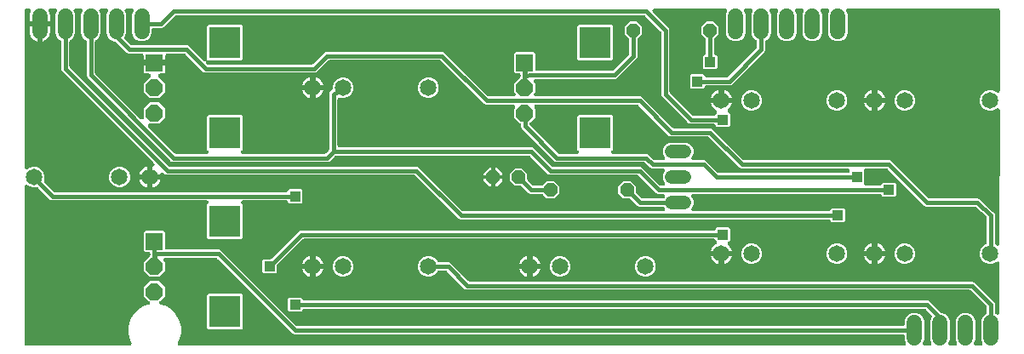
<source format=gbr>
G04 EAGLE Gerber RS-274X export*
G75*
%MOMM*%
%FSLAX34Y34*%
%LPD*%
%INBottom Copper*%
%IPPOS*%
%AMOC8*
5,1,8,0,0,1.08239X$1,22.5*%
G01*
%ADD10C,1.650000*%
%ADD11R,1.676400X1.676400*%
%ADD12P,1.814519X8X202.500000*%
%ADD13R,3.116000X3.116000*%
%ADD14C,1.524000*%
%ADD15C,1.320800*%
%ADD16P,1.429621X8X22.500000*%
%ADD17P,1.429621X8X202.500000*%
%ADD18R,1.006400X1.006400*%
%ADD19C,0.406400*%

G36*
X114918Y10175D02*
X114918Y10175D01*
X115064Y10182D01*
X115118Y10195D01*
X115173Y10201D01*
X115313Y10244D01*
X115455Y10279D01*
X115505Y10302D01*
X115558Y10319D01*
X115686Y10388D01*
X115819Y10451D01*
X115863Y10484D01*
X115912Y10511D01*
X116024Y10604D01*
X116142Y10691D01*
X116179Y10733D01*
X116221Y10768D01*
X116313Y10882D01*
X116411Y10991D01*
X116439Y11039D01*
X116474Y11082D01*
X116541Y11212D01*
X116615Y11338D01*
X116634Y11390D01*
X116659Y11439D01*
X116699Y11580D01*
X116748Y11718D01*
X116755Y11773D01*
X116770Y11826D01*
X116782Y11972D01*
X116802Y12117D01*
X116799Y12172D01*
X116803Y12228D01*
X116786Y12373D01*
X116777Y12519D01*
X116763Y12572D01*
X116756Y12627D01*
X116711Y12766D01*
X116673Y12908D01*
X116646Y12965D01*
X116632Y13010D01*
X116590Y13083D01*
X116531Y13208D01*
X115322Y15302D01*
X113539Y21956D01*
X113539Y28844D01*
X115322Y35498D01*
X118766Y41463D01*
X123637Y46334D01*
X129602Y49778D01*
X133571Y50841D01*
X133708Y50893D01*
X133847Y50937D01*
X133896Y50964D01*
X133948Y50984D01*
X134072Y51061D01*
X134200Y51132D01*
X134242Y51168D01*
X134289Y51197D01*
X134395Y51298D01*
X134507Y51392D01*
X134541Y51436D01*
X134581Y51474D01*
X134666Y51594D01*
X134756Y51708D01*
X134781Y51758D01*
X134813Y51803D01*
X134872Y51937D01*
X134939Y52067D01*
X134953Y52121D01*
X134976Y52172D01*
X135007Y52314D01*
X135047Y52455D01*
X135051Y52510D01*
X135063Y52565D01*
X135065Y52711D01*
X135076Y52857D01*
X135069Y52912D01*
X135070Y52967D01*
X135044Y53111D01*
X135026Y53256D01*
X135008Y53309D01*
X134998Y53363D01*
X134944Y53499D01*
X134897Y53638D01*
X134870Y53686D01*
X134849Y53737D01*
X134769Y53860D01*
X134696Y53987D01*
X134655Y54035D01*
X134629Y54075D01*
X134571Y54135D01*
X134482Y54240D01*
X129135Y59586D01*
X129135Y68214D01*
X135236Y74315D01*
X143864Y74315D01*
X149965Y68214D01*
X149965Y59586D01*
X144682Y54303D01*
X144589Y54190D01*
X144490Y54082D01*
X144462Y54034D01*
X144427Y53992D01*
X144358Y53863D01*
X144283Y53737D01*
X144264Y53685D01*
X144238Y53636D01*
X144196Y53496D01*
X144147Y53358D01*
X144139Y53303D01*
X144123Y53250D01*
X144110Y53104D01*
X144089Y52960D01*
X144092Y52904D01*
X144087Y52849D01*
X144103Y52703D01*
X144110Y52558D01*
X144124Y52504D01*
X144130Y52449D01*
X144174Y52309D01*
X144211Y52168D01*
X144235Y52118D01*
X144252Y52065D01*
X144323Y51937D01*
X144386Y51805D01*
X144420Y51761D01*
X144447Y51713D01*
X144541Y51601D01*
X144630Y51485D01*
X144671Y51448D01*
X144707Y51406D01*
X144822Y51315D01*
X144931Y51218D01*
X144980Y51190D01*
X145023Y51156D01*
X145153Y51090D01*
X145280Y51016D01*
X145339Y50995D01*
X145382Y50974D01*
X145463Y50951D01*
X145592Y50905D01*
X149798Y49778D01*
X155763Y46334D01*
X160634Y41463D01*
X164078Y35498D01*
X165861Y28844D01*
X165861Y21956D01*
X164078Y15302D01*
X162869Y13208D01*
X162808Y13074D01*
X162741Y12945D01*
X162726Y12891D01*
X162703Y12841D01*
X162670Y12698D01*
X162630Y12558D01*
X162625Y12502D01*
X162613Y12448D01*
X162609Y12302D01*
X162597Y12156D01*
X162603Y12101D01*
X162602Y12046D01*
X162627Y11902D01*
X162644Y11757D01*
X162661Y11704D01*
X162670Y11649D01*
X162723Y11513D01*
X162768Y11374D01*
X162796Y11325D01*
X162816Y11274D01*
X162894Y11151D01*
X162966Y11023D01*
X163003Y10981D01*
X163032Y10934D01*
X163134Y10829D01*
X163229Y10718D01*
X163273Y10685D01*
X163312Y10644D01*
X163432Y10561D01*
X163548Y10472D01*
X163597Y10447D01*
X163643Y10415D01*
X163777Y10358D01*
X163908Y10292D01*
X163962Y10278D01*
X164013Y10256D01*
X164156Y10226D01*
X164297Y10188D01*
X164360Y10183D01*
X164407Y10173D01*
X164490Y10172D01*
X164628Y10161D01*
X885018Y10161D01*
X885031Y10162D01*
X885045Y10161D01*
X885231Y10182D01*
X885419Y10201D01*
X885431Y10205D01*
X885445Y10206D01*
X885624Y10264D01*
X885804Y10319D01*
X885815Y10325D01*
X885828Y10329D01*
X885993Y10421D01*
X886158Y10511D01*
X886168Y10519D01*
X886180Y10526D01*
X886322Y10648D01*
X886467Y10768D01*
X886475Y10779D01*
X886485Y10787D01*
X886601Y10935D01*
X886719Y11082D01*
X886725Y11094D01*
X886734Y11104D01*
X886818Y11273D01*
X886905Y11439D01*
X886908Y11452D01*
X886914Y11464D01*
X886964Y11645D01*
X887016Y11826D01*
X887017Y11840D01*
X887021Y11853D01*
X887034Y12041D01*
X887049Y12228D01*
X887047Y12241D01*
X887048Y12254D01*
X887024Y12442D01*
X887002Y12627D01*
X886998Y12640D01*
X886996Y12653D01*
X886895Y12969D01*
X885697Y15860D01*
X885697Y19304D01*
X885695Y19322D01*
X885697Y19340D01*
X885676Y19522D01*
X885657Y19705D01*
X885652Y19722D01*
X885650Y19739D01*
X885593Y19914D01*
X885539Y20090D01*
X885531Y20105D01*
X885525Y20122D01*
X885435Y20282D01*
X885347Y20444D01*
X885336Y20457D01*
X885327Y20473D01*
X885207Y20612D01*
X885090Y20753D01*
X885076Y20764D01*
X885064Y20778D01*
X884919Y20890D01*
X884776Y21005D01*
X884760Y21013D01*
X884746Y21024D01*
X884581Y21106D01*
X884419Y21191D01*
X884402Y21196D01*
X884386Y21204D01*
X884207Y21251D01*
X884032Y21302D01*
X884014Y21304D01*
X883997Y21308D01*
X883666Y21335D01*
X278591Y21335D01*
X277098Y21954D01*
X202111Y96940D01*
X202105Y96946D01*
X202104Y96947D01*
X202096Y96953D01*
X202091Y96957D01*
X202073Y96978D01*
X201935Y97085D01*
X201800Y97195D01*
X201776Y97208D01*
X201755Y97224D01*
X201598Y97302D01*
X201444Y97384D01*
X201419Y97392D01*
X201394Y97404D01*
X201225Y97449D01*
X201058Y97499D01*
X201032Y97501D01*
X201006Y97508D01*
X200675Y97535D01*
X150547Y97535D01*
X150538Y97534D01*
X150529Y97535D01*
X150338Y97514D01*
X150147Y97495D01*
X150138Y97493D01*
X150129Y97492D01*
X149947Y97434D01*
X149762Y97377D01*
X149754Y97373D01*
X149745Y97370D01*
X149576Y97277D01*
X149408Y97185D01*
X149401Y97180D01*
X149393Y97175D01*
X149245Y97050D01*
X149098Y96928D01*
X149093Y96921D01*
X149086Y96915D01*
X148966Y96763D01*
X148846Y96614D01*
X148842Y96606D01*
X148836Y96599D01*
X148749Y96427D01*
X148661Y96257D01*
X148658Y96248D01*
X148654Y96240D01*
X148602Y96053D01*
X148549Y95870D01*
X148548Y95861D01*
X148546Y95852D01*
X148532Y95660D01*
X148516Y95468D01*
X148517Y95460D01*
X148517Y95451D01*
X148541Y95258D01*
X148563Y95069D01*
X148566Y95060D01*
X148567Y95051D01*
X148628Y94868D01*
X148688Y94686D01*
X148692Y94678D01*
X148695Y94670D01*
X148791Y94504D01*
X148886Y94335D01*
X148892Y94328D01*
X148896Y94321D01*
X149111Y94068D01*
X149965Y93214D01*
X149965Y84586D01*
X143864Y78485D01*
X135236Y78485D01*
X129135Y84586D01*
X129135Y93214D01*
X134890Y98969D01*
X134907Y98990D01*
X134928Y99007D01*
X135035Y99145D01*
X135145Y99280D01*
X135158Y99304D01*
X135174Y99325D01*
X135252Y99482D01*
X135334Y99636D01*
X135342Y99662D01*
X135354Y99686D01*
X135399Y99855D01*
X135449Y100022D01*
X135451Y100049D01*
X135458Y100075D01*
X135485Y100405D01*
X135485Y101454D01*
X135483Y101472D01*
X135485Y101490D01*
X135464Y101672D01*
X135445Y101855D01*
X135440Y101872D01*
X135438Y101889D01*
X135381Y102064D01*
X135327Y102240D01*
X135319Y102255D01*
X135313Y102272D01*
X135223Y102432D01*
X135135Y102594D01*
X135124Y102607D01*
X135115Y102623D01*
X134995Y102762D01*
X134878Y102903D01*
X134864Y102914D01*
X134852Y102928D01*
X134707Y103040D01*
X134564Y103155D01*
X134548Y103163D01*
X134534Y103174D01*
X134369Y103256D01*
X134207Y103341D01*
X134190Y103346D01*
X134174Y103354D01*
X133995Y103401D01*
X133820Y103452D01*
X133802Y103454D01*
X133785Y103458D01*
X133454Y103485D01*
X130326Y103485D01*
X129135Y104676D01*
X129135Y123124D01*
X130326Y124315D01*
X148774Y124315D01*
X149965Y123124D01*
X149965Y107696D01*
X149967Y107678D01*
X149965Y107660D01*
X149986Y107478D01*
X150005Y107295D01*
X150010Y107278D01*
X150012Y107261D01*
X150069Y107086D01*
X150123Y106910D01*
X150131Y106895D01*
X150137Y106878D01*
X150227Y106718D01*
X150315Y106556D01*
X150326Y106543D01*
X150335Y106527D01*
X150455Y106388D01*
X150572Y106247D01*
X150586Y106236D01*
X150598Y106222D01*
X150743Y106110D01*
X150886Y105995D01*
X150902Y105987D01*
X150916Y105976D01*
X151081Y105894D01*
X151243Y105809D01*
X151260Y105804D01*
X151276Y105796D01*
X151455Y105749D01*
X151630Y105698D01*
X151648Y105696D01*
X151665Y105692D01*
X151996Y105665D01*
X204009Y105665D01*
X205502Y105046D01*
X280489Y30060D01*
X280509Y30043D01*
X280527Y30022D01*
X280665Y29915D01*
X280800Y29805D01*
X280824Y29792D01*
X280845Y29776D01*
X281002Y29698D01*
X281156Y29616D01*
X281181Y29608D01*
X281206Y29596D01*
X281375Y29551D01*
X281542Y29501D01*
X281568Y29499D01*
X281594Y29492D01*
X281925Y29465D01*
X883666Y29465D01*
X883684Y29467D01*
X883702Y29465D01*
X883884Y29486D01*
X884067Y29505D01*
X884084Y29510D01*
X884101Y29512D01*
X884276Y29569D01*
X884452Y29623D01*
X884467Y29631D01*
X884484Y29637D01*
X884644Y29727D01*
X884806Y29815D01*
X884819Y29826D01*
X884835Y29835D01*
X884974Y29955D01*
X885115Y30072D01*
X885126Y30086D01*
X885140Y30098D01*
X885252Y30243D01*
X885367Y30386D01*
X885375Y30402D01*
X885386Y30416D01*
X885468Y30581D01*
X885553Y30743D01*
X885558Y30760D01*
X885566Y30776D01*
X885613Y30955D01*
X885664Y31130D01*
X885666Y31148D01*
X885670Y31165D01*
X885697Y31496D01*
X885697Y34940D01*
X887167Y38488D01*
X889882Y41203D01*
X893430Y42673D01*
X897270Y42673D01*
X900818Y41203D01*
X903533Y38488D01*
X905003Y34940D01*
X905003Y15860D01*
X903805Y12969D01*
X903801Y12956D01*
X903795Y12945D01*
X903744Y12765D01*
X903689Y12584D01*
X903688Y12571D01*
X903684Y12558D01*
X903669Y12370D01*
X903651Y12183D01*
X903652Y12170D01*
X903651Y12156D01*
X903673Y11970D01*
X903692Y11783D01*
X903696Y11770D01*
X903698Y11757D01*
X903756Y11578D01*
X903812Y11398D01*
X903819Y11387D01*
X903823Y11374D01*
X903916Y11209D01*
X904006Y11045D01*
X904014Y11035D01*
X904021Y11023D01*
X904144Y10881D01*
X904265Y10737D01*
X904275Y10729D01*
X904284Y10718D01*
X904432Y10603D01*
X904580Y10486D01*
X904591Y10480D01*
X904602Y10472D01*
X904771Y10388D01*
X904938Y10302D01*
X904950Y10298D01*
X904963Y10292D01*
X905145Y10243D01*
X905325Y10192D01*
X905338Y10191D01*
X905351Y10188D01*
X905682Y10161D01*
X910418Y10161D01*
X910431Y10162D01*
X910445Y10161D01*
X910631Y10182D01*
X910819Y10201D01*
X910831Y10205D01*
X910845Y10206D01*
X911024Y10264D01*
X911204Y10319D01*
X911215Y10325D01*
X911228Y10329D01*
X911393Y10421D01*
X911558Y10511D01*
X911568Y10519D01*
X911580Y10526D01*
X911722Y10648D01*
X911867Y10768D01*
X911875Y10779D01*
X911885Y10787D01*
X912001Y10935D01*
X912119Y11082D01*
X912125Y11094D01*
X912134Y11104D01*
X912218Y11273D01*
X912305Y11439D01*
X912308Y11452D01*
X912314Y11464D01*
X912364Y11645D01*
X912416Y11826D01*
X912417Y11840D01*
X912421Y11853D01*
X912434Y12041D01*
X912449Y12228D01*
X912447Y12241D01*
X912448Y12254D01*
X912424Y12442D01*
X912402Y12627D01*
X912398Y12640D01*
X912396Y12653D01*
X912295Y12969D01*
X911097Y15860D01*
X911097Y34940D01*
X912647Y38681D01*
X912653Y38703D01*
X912664Y38723D01*
X912712Y38895D01*
X912763Y39067D01*
X912766Y39089D01*
X912772Y39110D01*
X912785Y39290D01*
X912802Y39468D01*
X912799Y39490D01*
X912801Y39512D01*
X912778Y39691D01*
X912760Y39868D01*
X912753Y39889D01*
X912750Y39911D01*
X912693Y40082D01*
X912640Y40252D01*
X912629Y40272D01*
X912622Y40293D01*
X912533Y40449D01*
X912447Y40606D01*
X912433Y40623D01*
X912421Y40642D01*
X912207Y40895D01*
X906961Y46140D01*
X906946Y46153D01*
X906935Y46165D01*
X906930Y46169D01*
X906923Y46178D01*
X906785Y46285D01*
X906650Y46395D01*
X906626Y46408D01*
X906605Y46424D01*
X906448Y46502D01*
X906294Y46584D01*
X906269Y46592D01*
X906244Y46604D01*
X906075Y46649D01*
X905908Y46699D01*
X905882Y46701D01*
X905856Y46708D01*
X905525Y46735D01*
X288496Y46735D01*
X288478Y46733D01*
X288460Y46735D01*
X288278Y46714D01*
X288095Y46695D01*
X288078Y46690D01*
X288061Y46688D01*
X287886Y46631D01*
X287710Y46577D01*
X287695Y46569D01*
X287678Y46563D01*
X287518Y46473D01*
X287356Y46385D01*
X287343Y46374D01*
X287327Y46365D01*
X287188Y46245D01*
X287047Y46128D01*
X287036Y46114D01*
X287022Y46102D01*
X286910Y45957D01*
X286795Y45814D01*
X286787Y45798D01*
X286776Y45784D01*
X286694Y45619D01*
X286609Y45457D01*
X286604Y45440D01*
X286596Y45424D01*
X286549Y45245D01*
X286498Y45070D01*
X286496Y45052D01*
X286492Y45035D01*
X286485Y44946D01*
X285274Y43735D01*
X273526Y43735D01*
X272335Y44926D01*
X272335Y56674D01*
X273526Y57865D01*
X285274Y57865D01*
X286489Y56649D01*
X286505Y56495D01*
X286510Y56478D01*
X286512Y56461D01*
X286569Y56286D01*
X286623Y56110D01*
X286631Y56095D01*
X286637Y56078D01*
X286727Y55918D01*
X286815Y55756D01*
X286826Y55743D01*
X286835Y55727D01*
X286955Y55588D01*
X287072Y55447D01*
X287086Y55436D01*
X287098Y55422D01*
X287243Y55310D01*
X287386Y55195D01*
X287402Y55187D01*
X287416Y55176D01*
X287581Y55094D01*
X287743Y55009D01*
X287760Y55004D01*
X287776Y54996D01*
X287955Y54949D01*
X288130Y54898D01*
X288148Y54896D01*
X288165Y54892D01*
X288496Y54865D01*
X908859Y54865D01*
X910352Y54246D01*
X921331Y43268D01*
X921351Y43251D01*
X921369Y43230D01*
X921507Y43123D01*
X921642Y43013D01*
X921666Y43000D01*
X921687Y42984D01*
X921844Y42906D01*
X921998Y42824D01*
X922023Y42816D01*
X922048Y42804D01*
X922217Y42759D01*
X922384Y42709D01*
X922410Y42707D01*
X922436Y42700D01*
X922646Y42683D01*
X926218Y41203D01*
X928933Y38488D01*
X930403Y34940D01*
X930403Y15860D01*
X929205Y12969D01*
X929201Y12956D01*
X929195Y12945D01*
X929144Y12765D01*
X929089Y12584D01*
X929088Y12571D01*
X929084Y12558D01*
X929069Y12370D01*
X929051Y12183D01*
X929052Y12170D01*
X929051Y12156D01*
X929073Y11970D01*
X929092Y11783D01*
X929096Y11770D01*
X929098Y11757D01*
X929156Y11578D01*
X929212Y11398D01*
X929219Y11387D01*
X929223Y11374D01*
X929316Y11209D01*
X929406Y11045D01*
X929414Y11035D01*
X929421Y11023D01*
X929544Y10881D01*
X929665Y10737D01*
X929675Y10729D01*
X929684Y10718D01*
X929832Y10603D01*
X929980Y10486D01*
X929991Y10480D01*
X930002Y10472D01*
X930171Y10388D01*
X930338Y10302D01*
X930350Y10298D01*
X930363Y10292D01*
X930545Y10243D01*
X930725Y10192D01*
X930738Y10191D01*
X930751Y10188D01*
X931082Y10161D01*
X935818Y10161D01*
X935831Y10162D01*
X935845Y10161D01*
X936031Y10182D01*
X936219Y10201D01*
X936231Y10205D01*
X936245Y10206D01*
X936424Y10264D01*
X936604Y10319D01*
X936615Y10325D01*
X936628Y10329D01*
X936793Y10421D01*
X936958Y10511D01*
X936968Y10519D01*
X936980Y10526D01*
X937122Y10648D01*
X937267Y10768D01*
X937275Y10779D01*
X937285Y10787D01*
X937401Y10935D01*
X937519Y11082D01*
X937525Y11094D01*
X937534Y11104D01*
X937618Y11273D01*
X937705Y11439D01*
X937708Y11452D01*
X937714Y11464D01*
X937764Y11645D01*
X937816Y11826D01*
X937817Y11840D01*
X937821Y11853D01*
X937834Y12041D01*
X937849Y12228D01*
X937847Y12241D01*
X937848Y12254D01*
X937824Y12442D01*
X937802Y12627D01*
X937798Y12640D01*
X937796Y12653D01*
X937695Y12969D01*
X936497Y15860D01*
X936497Y34940D01*
X937967Y38488D01*
X940682Y41203D01*
X944230Y42673D01*
X948070Y42673D01*
X951618Y41203D01*
X954333Y38488D01*
X955803Y34940D01*
X955803Y15860D01*
X954605Y12969D01*
X954601Y12956D01*
X954595Y12945D01*
X954544Y12765D01*
X954489Y12584D01*
X954488Y12571D01*
X954484Y12558D01*
X954469Y12370D01*
X954451Y12183D01*
X954452Y12170D01*
X954451Y12156D01*
X954473Y11970D01*
X954492Y11783D01*
X954496Y11770D01*
X954498Y11757D01*
X954556Y11578D01*
X954612Y11398D01*
X954619Y11387D01*
X954623Y11374D01*
X954716Y11209D01*
X954806Y11045D01*
X954814Y11035D01*
X954821Y11023D01*
X954944Y10881D01*
X955065Y10737D01*
X955075Y10729D01*
X955084Y10718D01*
X955232Y10603D01*
X955380Y10486D01*
X955391Y10480D01*
X955402Y10472D01*
X955571Y10388D01*
X955738Y10302D01*
X955750Y10298D01*
X955763Y10292D01*
X955945Y10243D01*
X956125Y10192D01*
X956138Y10191D01*
X956151Y10188D01*
X956482Y10161D01*
X961218Y10161D01*
X961231Y10162D01*
X961245Y10161D01*
X961431Y10182D01*
X961619Y10201D01*
X961631Y10205D01*
X961645Y10206D01*
X961824Y10264D01*
X962004Y10319D01*
X962015Y10325D01*
X962028Y10329D01*
X962193Y10421D01*
X962358Y10511D01*
X962368Y10519D01*
X962380Y10526D01*
X962522Y10648D01*
X962667Y10768D01*
X962675Y10779D01*
X962685Y10787D01*
X962801Y10935D01*
X962919Y11082D01*
X962925Y11094D01*
X962934Y11104D01*
X963018Y11273D01*
X963105Y11439D01*
X963108Y11452D01*
X963114Y11464D01*
X963164Y11645D01*
X963216Y11826D01*
X963217Y11840D01*
X963221Y11853D01*
X963234Y12041D01*
X963249Y12228D01*
X963247Y12241D01*
X963248Y12254D01*
X963224Y12442D01*
X963202Y12627D01*
X963198Y12640D01*
X963196Y12653D01*
X963095Y12969D01*
X961897Y15860D01*
X961897Y34940D01*
X963367Y38488D01*
X966082Y41203D01*
X966231Y41265D01*
X966251Y41275D01*
X966272Y41282D01*
X966428Y41371D01*
X966586Y41455D01*
X966603Y41469D01*
X966623Y41480D01*
X966758Y41597D01*
X966897Y41712D01*
X966911Y41729D01*
X966928Y41743D01*
X967037Y41885D01*
X967150Y42024D01*
X967161Y42044D01*
X967174Y42062D01*
X967254Y42222D01*
X967337Y42381D01*
X967344Y42402D01*
X967354Y42422D01*
X967400Y42595D01*
X967450Y42767D01*
X967452Y42789D01*
X967458Y42811D01*
X967485Y43142D01*
X967485Y48275D01*
X967483Y48302D01*
X967485Y48328D01*
X967463Y48502D01*
X967445Y48676D01*
X967438Y48701D01*
X967434Y48728D01*
X967379Y48893D01*
X967327Y49060D01*
X967314Y49084D01*
X967306Y49109D01*
X967219Y49261D01*
X967135Y49415D01*
X967118Y49435D01*
X967105Y49458D01*
X966890Y49711D01*
X951411Y65190D01*
X951391Y65207D01*
X951373Y65228D01*
X951235Y65335D01*
X951100Y65445D01*
X951076Y65458D01*
X951055Y65474D01*
X950898Y65552D01*
X950744Y65634D01*
X950719Y65642D01*
X950694Y65654D01*
X950525Y65699D01*
X950358Y65749D01*
X950332Y65751D01*
X950306Y65758D01*
X949975Y65785D01*
X450041Y65785D01*
X448548Y66404D01*
X430711Y84240D01*
X430691Y84257D01*
X430673Y84278D01*
X430535Y84385D01*
X430400Y84495D01*
X430376Y84508D01*
X430355Y84524D01*
X430198Y84602D01*
X430044Y84684D01*
X430019Y84692D01*
X429994Y84704D01*
X429825Y84749D01*
X429658Y84799D01*
X429632Y84801D01*
X429606Y84808D01*
X429275Y84835D01*
X422754Y84835D01*
X422731Y84833D01*
X422709Y84835D01*
X422532Y84813D01*
X422353Y84795D01*
X422332Y84789D01*
X422309Y84786D01*
X422140Y84730D01*
X421968Y84677D01*
X421948Y84667D01*
X421927Y84660D01*
X421772Y84571D01*
X421614Y84485D01*
X421597Y84471D01*
X421577Y84460D01*
X421442Y84342D01*
X421305Y84228D01*
X421291Y84210D01*
X421274Y84196D01*
X421164Y84053D01*
X421052Y83914D01*
X421042Y83894D01*
X421028Y83876D01*
X420877Y83581D01*
X420667Y83075D01*
X417775Y80183D01*
X413995Y78617D01*
X409905Y78617D01*
X406125Y80183D01*
X403233Y83075D01*
X401667Y86855D01*
X401667Y90945D01*
X403233Y94725D01*
X406125Y97617D01*
X409905Y99183D01*
X413995Y99183D01*
X417775Y97617D01*
X420667Y94725D01*
X420877Y94219D01*
X420887Y94199D01*
X420894Y94178D01*
X420983Y94022D01*
X421067Y93864D01*
X421081Y93847D01*
X421092Y93827D01*
X421209Y93691D01*
X421323Y93553D01*
X421341Y93539D01*
X421355Y93522D01*
X421496Y93413D01*
X421636Y93300D01*
X421656Y93289D01*
X421673Y93276D01*
X421834Y93196D01*
X421993Y93113D01*
X422014Y93106D01*
X422034Y93096D01*
X422207Y93050D01*
X422379Y93000D01*
X422401Y92998D01*
X422423Y92992D01*
X422754Y92965D01*
X432609Y92965D01*
X434102Y92346D01*
X451939Y74510D01*
X451959Y74493D01*
X451977Y74472D01*
X452115Y74365D01*
X452250Y74255D01*
X452274Y74242D01*
X452295Y74226D01*
X452452Y74148D01*
X452606Y74066D01*
X452631Y74058D01*
X452656Y74046D01*
X452825Y74001D01*
X452992Y73951D01*
X453018Y73949D01*
X453044Y73942D01*
X453375Y73915D01*
X953309Y73915D01*
X954802Y73296D01*
X974996Y53102D01*
X975615Y51609D01*
X975615Y43142D01*
X975617Y43119D01*
X975615Y43097D01*
X975637Y42920D01*
X975655Y42741D01*
X975661Y42720D01*
X975664Y42697D01*
X975720Y42528D01*
X975773Y42356D01*
X975783Y42336D01*
X975790Y42315D01*
X975879Y42160D01*
X975965Y42002D01*
X975979Y41985D01*
X975990Y41966D01*
X976107Y41831D01*
X976222Y41693D01*
X976240Y41679D01*
X976254Y41662D01*
X976396Y41553D01*
X976536Y41440D01*
X976556Y41430D01*
X976574Y41417D01*
X976869Y41265D01*
X977127Y41158D01*
X977293Y41072D01*
X977463Y40982D01*
X977471Y40979D01*
X977478Y40975D01*
X977665Y40922D01*
X977849Y40867D01*
X977857Y40866D01*
X977865Y40864D01*
X978057Y40848D01*
X978250Y40830D01*
X978258Y40831D01*
X978267Y40831D01*
X978457Y40853D01*
X978650Y40874D01*
X978658Y40876D01*
X978666Y40877D01*
X978849Y40937D01*
X979034Y40995D01*
X979041Y40999D01*
X979049Y41002D01*
X979217Y41097D01*
X979386Y41190D01*
X979393Y41195D01*
X979400Y41200D01*
X979546Y41325D01*
X979693Y41451D01*
X979699Y41457D01*
X979705Y41463D01*
X979823Y41615D01*
X979943Y41766D01*
X979947Y41774D01*
X979952Y41781D01*
X980038Y41954D01*
X980125Y42125D01*
X980128Y42133D01*
X980131Y42141D01*
X980182Y42328D01*
X980233Y42513D01*
X980234Y42522D01*
X980236Y42530D01*
X980263Y42860D01*
X980291Y91694D01*
X980290Y91703D01*
X980291Y91713D01*
X980270Y91906D01*
X980251Y92094D01*
X980248Y92103D01*
X980247Y92113D01*
X980189Y92298D01*
X980133Y92479D01*
X980129Y92488D01*
X980126Y92497D01*
X980033Y92664D01*
X979942Y92834D01*
X979936Y92841D01*
X979931Y92849D01*
X979808Y92995D01*
X979684Y93143D01*
X979677Y93149D01*
X979671Y93156D01*
X979519Y93276D01*
X979371Y93396D01*
X979362Y93400D01*
X979355Y93406D01*
X979184Y93492D01*
X979013Y93581D01*
X979004Y93584D01*
X978996Y93588D01*
X978810Y93640D01*
X978626Y93693D01*
X978617Y93694D01*
X978608Y93696D01*
X978416Y93710D01*
X978225Y93726D01*
X978216Y93725D01*
X978206Y93726D01*
X978016Y93701D01*
X977825Y93679D01*
X977816Y93676D01*
X977807Y93675D01*
X977625Y93614D01*
X977442Y93555D01*
X977434Y93550D01*
X977425Y93547D01*
X977258Y93451D01*
X977092Y93357D01*
X977085Y93351D01*
X977076Y93346D01*
X976823Y93131D01*
X976575Y92883D01*
X972795Y91317D01*
X968705Y91317D01*
X964925Y92883D01*
X962033Y95775D01*
X960467Y99555D01*
X960467Y103645D01*
X962033Y107425D01*
X964925Y110317D01*
X966231Y110858D01*
X966251Y110869D01*
X966272Y110876D01*
X966428Y110964D01*
X966586Y111048D01*
X966603Y111063D01*
X966623Y111074D01*
X966758Y111191D01*
X966897Y111305D01*
X966911Y111322D01*
X966928Y111337D01*
X967037Y111478D01*
X967150Y111617D01*
X967161Y111637D01*
X967174Y111655D01*
X967254Y111816D01*
X967337Y111974D01*
X967344Y111995D01*
X967354Y112015D01*
X967400Y112189D01*
X967450Y112360D01*
X967452Y112383D01*
X967458Y112404D01*
X967485Y112735D01*
X967485Y137065D01*
X967480Y137123D01*
X967482Y137180D01*
X967460Y137323D01*
X967445Y137466D01*
X967428Y137521D01*
X967419Y137578D01*
X967369Y137713D01*
X967327Y137851D01*
X967300Y137902D01*
X967280Y137956D01*
X967204Y138078D01*
X967135Y138205D01*
X967098Y138249D01*
X967068Y138298D01*
X966929Y138453D01*
X966878Y138514D01*
X966862Y138526D01*
X966846Y138545D01*
X957025Y147783D01*
X956867Y147905D01*
X956713Y148024D01*
X956709Y148026D01*
X956706Y148029D01*
X956528Y148117D01*
X956353Y148204D01*
X956349Y148205D01*
X956345Y148207D01*
X956156Y148256D01*
X955964Y148308D01*
X955959Y148309D01*
X955955Y148310D01*
X955925Y148311D01*
X955633Y148335D01*
X907241Y148335D01*
X905748Y148954D01*
X868861Y185840D01*
X868841Y185857D01*
X868823Y185878D01*
X868685Y185985D01*
X868550Y186095D01*
X868526Y186108D01*
X868505Y186124D01*
X868348Y186202D01*
X868194Y186284D01*
X868169Y186292D01*
X868144Y186304D01*
X867975Y186349D01*
X867808Y186399D01*
X867782Y186401D01*
X867756Y186408D01*
X867425Y186435D01*
X847296Y186435D01*
X847278Y186433D01*
X847260Y186435D01*
X847078Y186414D01*
X846895Y186395D01*
X846878Y186390D01*
X846861Y186388D01*
X846686Y186331D01*
X846510Y186277D01*
X846495Y186269D01*
X846478Y186263D01*
X846318Y186173D01*
X846156Y186085D01*
X846143Y186074D01*
X846127Y186065D01*
X845988Y185945D01*
X845847Y185828D01*
X845836Y185814D01*
X845822Y185802D01*
X845710Y185657D01*
X845595Y185514D01*
X845587Y185498D01*
X845576Y185484D01*
X845494Y185319D01*
X845409Y185157D01*
X845404Y185140D01*
X845396Y185124D01*
X845349Y184945D01*
X845298Y184770D01*
X845296Y184752D01*
X845292Y184735D01*
X845265Y184404D01*
X845265Y171196D01*
X845267Y171178D01*
X845265Y171160D01*
X845286Y170978D01*
X845305Y170795D01*
X845310Y170778D01*
X845312Y170761D01*
X845369Y170586D01*
X845423Y170410D01*
X845431Y170395D01*
X845437Y170378D01*
X845527Y170218D01*
X845615Y170056D01*
X845626Y170043D01*
X845635Y170027D01*
X845755Y169888D01*
X845872Y169747D01*
X845886Y169736D01*
X845898Y169722D01*
X846043Y169610D01*
X846186Y169495D01*
X846202Y169487D01*
X846216Y169476D01*
X846381Y169394D01*
X846543Y169309D01*
X846560Y169304D01*
X846576Y169296D01*
X846755Y169249D01*
X846930Y169198D01*
X846948Y169196D01*
X846965Y169192D01*
X847296Y169165D01*
X860854Y169165D01*
X860872Y169167D01*
X860890Y169165D01*
X861072Y169186D01*
X861255Y169205D01*
X861272Y169210D01*
X861289Y169212D01*
X861464Y169269D01*
X861640Y169323D01*
X861655Y169331D01*
X861672Y169337D01*
X861832Y169427D01*
X861994Y169515D01*
X862007Y169526D01*
X862023Y169535D01*
X862162Y169655D01*
X862303Y169772D01*
X862314Y169786D01*
X862328Y169798D01*
X862440Y169943D01*
X862555Y170086D01*
X862563Y170102D01*
X862574Y170116D01*
X862656Y170281D01*
X862741Y170443D01*
X862746Y170460D01*
X862754Y170476D01*
X862801Y170655D01*
X862852Y170830D01*
X862854Y170848D01*
X862858Y170865D01*
X862865Y170954D01*
X864076Y172165D01*
X875824Y172165D01*
X877015Y170974D01*
X877015Y159226D01*
X875824Y158035D01*
X864076Y158035D01*
X862861Y159251D01*
X862845Y159405D01*
X862840Y159422D01*
X862838Y159439D01*
X862781Y159614D01*
X862727Y159790D01*
X862719Y159805D01*
X862713Y159822D01*
X862623Y159982D01*
X862535Y160144D01*
X862524Y160157D01*
X862515Y160173D01*
X862395Y160312D01*
X862278Y160453D01*
X862264Y160464D01*
X862252Y160478D01*
X862107Y160590D01*
X861964Y160705D01*
X861948Y160713D01*
X861934Y160724D01*
X861769Y160806D01*
X861607Y160891D01*
X861590Y160896D01*
X861574Y160904D01*
X861395Y160951D01*
X861220Y161002D01*
X861202Y161004D01*
X861185Y161008D01*
X860854Y161035D01*
X675487Y161035D01*
X675478Y161034D01*
X675469Y161035D01*
X675278Y161015D01*
X675086Y160995D01*
X675078Y160993D01*
X675069Y160992D01*
X674885Y160934D01*
X674701Y160877D01*
X674693Y160873D01*
X674685Y160870D01*
X674516Y160777D01*
X674347Y160685D01*
X674340Y160680D01*
X674332Y160675D01*
X674186Y160551D01*
X674038Y160428D01*
X674032Y160421D01*
X674026Y160415D01*
X673906Y160264D01*
X673786Y160114D01*
X673782Y160106D01*
X673776Y160099D01*
X673688Y159926D01*
X673600Y159757D01*
X673598Y159748D01*
X673594Y159740D01*
X673541Y159552D01*
X673489Y159370D01*
X673488Y159361D01*
X673486Y159352D01*
X673472Y159160D01*
X673456Y158968D01*
X673457Y158960D01*
X673456Y158951D01*
X673481Y158756D01*
X673503Y158569D01*
X673506Y158560D01*
X673507Y158551D01*
X673568Y158369D01*
X673628Y158186D01*
X673632Y158178D01*
X673635Y158170D01*
X673731Y158002D01*
X673825Y157835D01*
X673831Y157828D01*
X673836Y157821D01*
X674050Y157568D01*
X674326Y157292D01*
X675641Y154118D01*
X675641Y150682D01*
X674326Y147508D01*
X674050Y147232D01*
X674045Y147225D01*
X674038Y147220D01*
X673917Y147070D01*
X673795Y146921D01*
X673791Y146913D01*
X673786Y146906D01*
X673697Y146736D01*
X673607Y146565D01*
X673604Y146556D01*
X673600Y146549D01*
X673547Y146365D01*
X673492Y146179D01*
X673491Y146170D01*
X673489Y146162D01*
X673473Y145971D01*
X673456Y145778D01*
X673457Y145769D01*
X673456Y145760D01*
X673478Y145571D01*
X673499Y145378D01*
X673502Y145369D01*
X673503Y145361D01*
X673562Y145178D01*
X673620Y144994D01*
X673625Y144986D01*
X673628Y144978D01*
X673723Y144809D01*
X673815Y144642D01*
X673821Y144635D01*
X673825Y144627D01*
X673951Y144482D01*
X674076Y144335D01*
X674083Y144329D01*
X674089Y144322D01*
X674240Y144205D01*
X674392Y144085D01*
X674400Y144081D01*
X674407Y144076D01*
X674579Y143990D01*
X674751Y143903D01*
X674759Y143900D01*
X674767Y143896D01*
X674955Y143846D01*
X675138Y143795D01*
X675147Y143794D01*
X675156Y143792D01*
X675487Y143765D01*
X810054Y143765D01*
X810072Y143767D01*
X810090Y143765D01*
X810272Y143786D01*
X810455Y143805D01*
X810472Y143810D01*
X810489Y143812D01*
X810664Y143869D01*
X810840Y143923D01*
X810855Y143931D01*
X810872Y143937D01*
X811032Y144027D01*
X811194Y144115D01*
X811207Y144126D01*
X811223Y144135D01*
X811362Y144255D01*
X811503Y144372D01*
X811514Y144386D01*
X811528Y144398D01*
X811640Y144543D01*
X811755Y144686D01*
X811763Y144702D01*
X811774Y144716D01*
X811856Y144880D01*
X811941Y145043D01*
X811946Y145060D01*
X811954Y145076D01*
X812001Y145255D01*
X812052Y145430D01*
X812054Y145448D01*
X812058Y145465D01*
X812065Y145554D01*
X813276Y146765D01*
X825024Y146765D01*
X826215Y145574D01*
X826215Y133826D01*
X825024Y132635D01*
X813276Y132635D01*
X812061Y133851D01*
X812045Y134005D01*
X812040Y134022D01*
X812038Y134039D01*
X811981Y134214D01*
X811927Y134390D01*
X811919Y134405D01*
X811913Y134422D01*
X811823Y134582D01*
X811735Y134744D01*
X811724Y134757D01*
X811715Y134773D01*
X811595Y134912D01*
X811478Y135053D01*
X811464Y135064D01*
X811452Y135078D01*
X811307Y135190D01*
X811164Y135305D01*
X811148Y135313D01*
X811134Y135324D01*
X810969Y135406D01*
X810807Y135491D01*
X810790Y135496D01*
X810774Y135504D01*
X810595Y135551D01*
X810420Y135602D01*
X810402Y135604D01*
X810385Y135608D01*
X810054Y135635D01*
X443691Y135635D01*
X442198Y136254D01*
X398961Y179490D01*
X398941Y179507D01*
X398923Y179528D01*
X398785Y179635D01*
X398650Y179745D01*
X398626Y179758D01*
X398605Y179774D01*
X398448Y179852D01*
X398294Y179934D01*
X398269Y179942D01*
X398244Y179954D01*
X398075Y179999D01*
X397908Y180049D01*
X397882Y180051D01*
X397856Y180058D01*
X397525Y180085D01*
X151591Y180085D01*
X150097Y180704D01*
X148836Y181966D01*
X148706Y182072D01*
X148579Y182183D01*
X148550Y182200D01*
X148524Y182221D01*
X148376Y182300D01*
X148230Y182383D01*
X148198Y182394D01*
X148169Y182410D01*
X148007Y182457D01*
X147848Y182511D01*
X147815Y182515D01*
X147783Y182524D01*
X147615Y182540D01*
X147448Y182560D01*
X147415Y182558D01*
X147382Y182561D01*
X147214Y182543D01*
X147047Y182530D01*
X147015Y182521D01*
X146981Y182517D01*
X146820Y182466D01*
X146659Y182421D01*
X146630Y182406D01*
X146598Y182396D01*
X146450Y182314D01*
X146301Y182238D01*
X146275Y182217D01*
X146245Y182201D01*
X146117Y182092D01*
X145985Y181987D01*
X145964Y181962D01*
X145938Y181940D01*
X145834Y181808D01*
X145725Y181680D01*
X145709Y181651D01*
X145689Y181625D01*
X145612Y181474D01*
X145531Y181327D01*
X145521Y181295D01*
X145506Y181266D01*
X145461Y181103D01*
X145411Y180943D01*
X145407Y180910D01*
X145398Y180878D01*
X145386Y180710D01*
X145369Y180549D01*
X137599Y180549D01*
X137599Y188319D01*
X137631Y188322D01*
X137664Y188320D01*
X137830Y188343D01*
X137998Y188362D01*
X138029Y188372D01*
X138062Y188376D01*
X138221Y188432D01*
X138381Y188483D01*
X138411Y188499D01*
X138442Y188510D01*
X138587Y188597D01*
X138734Y188678D01*
X138759Y188700D01*
X138788Y188717D01*
X138912Y188830D01*
X139041Y188939D01*
X139061Y188965D01*
X139086Y188987D01*
X139186Y189122D01*
X139290Y189254D01*
X139305Y189284D01*
X139325Y189311D01*
X139397Y189463D01*
X139473Y189613D01*
X139482Y189645D01*
X139496Y189676D01*
X139536Y189839D01*
X139581Y190001D01*
X139583Y190034D01*
X139591Y190067D01*
X139598Y190235D01*
X139610Y190403D01*
X139606Y190436D01*
X139607Y190469D01*
X139581Y190635D01*
X139560Y190802D01*
X139549Y190834D01*
X139544Y190867D01*
X139485Y191024D01*
X139431Y191184D01*
X139415Y191213D01*
X139403Y191244D01*
X139314Y191387D01*
X139231Y191533D01*
X139206Y191561D01*
X139191Y191586D01*
X139132Y191649D01*
X139016Y191786D01*
X47354Y283448D01*
X46735Y284941D01*
X46735Y312458D01*
X46733Y312481D01*
X46735Y312503D01*
X46713Y312680D01*
X46695Y312859D01*
X46689Y312880D01*
X46686Y312903D01*
X46630Y313072D01*
X46577Y313244D01*
X46567Y313264D01*
X46560Y313285D01*
X46471Y313440D01*
X46385Y313598D01*
X46371Y313615D01*
X46360Y313634D01*
X46243Y313769D01*
X46128Y313907D01*
X46110Y313921D01*
X46096Y313938D01*
X45954Y314047D01*
X45814Y314160D01*
X45794Y314170D01*
X45776Y314183D01*
X45481Y314335D01*
X45332Y314397D01*
X42617Y317112D01*
X41147Y320660D01*
X41147Y339740D01*
X42345Y342631D01*
X42349Y342644D01*
X42355Y342655D01*
X42406Y342835D01*
X42461Y343016D01*
X42462Y343029D01*
X42466Y343042D01*
X42481Y343230D01*
X42499Y343417D01*
X42498Y343430D01*
X42499Y343444D01*
X42477Y343630D01*
X42458Y343817D01*
X42454Y343830D01*
X42452Y343843D01*
X42394Y344022D01*
X42338Y344202D01*
X42331Y344213D01*
X42327Y344226D01*
X42234Y344391D01*
X42144Y344555D01*
X42136Y344565D01*
X42129Y344577D01*
X42006Y344719D01*
X41885Y344863D01*
X41875Y344871D01*
X41866Y344882D01*
X41718Y344997D01*
X41570Y345114D01*
X41559Y345120D01*
X41548Y345128D01*
X41379Y345212D01*
X41212Y345298D01*
X41200Y345302D01*
X41187Y345308D01*
X41005Y345357D01*
X40825Y345408D01*
X40812Y345409D01*
X40799Y345412D01*
X40468Y345439D01*
X36236Y345439D01*
X36143Y345430D01*
X36050Y345431D01*
X35943Y345410D01*
X35835Y345399D01*
X35746Y345372D01*
X35655Y345354D01*
X35554Y345313D01*
X35451Y345281D01*
X35369Y345237D01*
X35282Y345201D01*
X35192Y345141D01*
X35097Y345089D01*
X35025Y345030D01*
X34947Y344978D01*
X34871Y344901D01*
X34787Y344832D01*
X34729Y344759D01*
X34663Y344693D01*
X34603Y344603D01*
X34535Y344518D01*
X34492Y344435D01*
X34440Y344358D01*
X34399Y344257D01*
X34349Y344161D01*
X34324Y344071D01*
X34288Y343985D01*
X34268Y343878D01*
X34238Y343774D01*
X34230Y343681D01*
X34213Y343589D01*
X34214Y343481D01*
X34205Y343372D01*
X34216Y343280D01*
X34217Y343187D01*
X34239Y343080D01*
X34252Y342973D01*
X34281Y342884D01*
X34300Y342793D01*
X34351Y342669D01*
X34377Y342590D01*
X34401Y342547D01*
X34426Y342486D01*
X34816Y341720D01*
X35311Y340199D01*
X35561Y338620D01*
X35561Y332739D01*
X25908Y332739D01*
X25890Y332737D01*
X25873Y332739D01*
X25690Y332718D01*
X25508Y332699D01*
X25491Y332694D01*
X25473Y332692D01*
X25395Y332667D01*
X25258Y332706D01*
X25240Y332708D01*
X25223Y332712D01*
X24892Y332739D01*
X15239Y332739D01*
X15239Y338620D01*
X15489Y340199D01*
X15984Y341720D01*
X16374Y342486D01*
X16408Y342573D01*
X16451Y342655D01*
X16481Y342760D01*
X16520Y342861D01*
X16536Y342953D01*
X16562Y343042D01*
X16571Y343151D01*
X16590Y343257D01*
X16587Y343351D01*
X16595Y343444D01*
X16582Y343551D01*
X16579Y343660D01*
X16559Y343751D01*
X16548Y343843D01*
X16514Y343947D01*
X16490Y344053D01*
X16452Y344138D01*
X16423Y344226D01*
X16370Y344321D01*
X16325Y344420D01*
X16271Y344496D01*
X16225Y344577D01*
X16154Y344659D01*
X16091Y344747D01*
X16023Y344811D01*
X15962Y344882D01*
X15876Y344948D01*
X15797Y345022D01*
X15717Y345071D01*
X15644Y345128D01*
X15547Y345177D01*
X15454Y345234D01*
X15367Y345266D01*
X15283Y345308D01*
X15178Y345336D01*
X15077Y345373D01*
X14985Y345388D01*
X14895Y345412D01*
X14761Y345423D01*
X14679Y345436D01*
X14629Y345434D01*
X14564Y345439D01*
X12192Y345439D01*
X12174Y345437D01*
X12156Y345439D01*
X11974Y345418D01*
X11791Y345399D01*
X11774Y345394D01*
X11757Y345392D01*
X11582Y345335D01*
X11406Y345281D01*
X11391Y345273D01*
X11374Y345267D01*
X11214Y345177D01*
X11052Y345089D01*
X11039Y345078D01*
X11023Y345069D01*
X10884Y344949D01*
X10743Y344832D01*
X10732Y344818D01*
X10718Y344806D01*
X10606Y344661D01*
X10491Y344518D01*
X10483Y344502D01*
X10472Y344488D01*
X10390Y344323D01*
X10305Y344161D01*
X10300Y344144D01*
X10292Y344128D01*
X10245Y343949D01*
X10194Y343774D01*
X10192Y343756D01*
X10188Y343739D01*
X10161Y343408D01*
X10161Y187557D01*
X10162Y187548D01*
X10161Y187539D01*
X10181Y187348D01*
X10201Y187156D01*
X10203Y187147D01*
X10204Y187138D01*
X10262Y186955D01*
X10319Y186771D01*
X10323Y186763D01*
X10326Y186755D01*
X10419Y186586D01*
X10511Y186417D01*
X10516Y186410D01*
X10521Y186402D01*
X10646Y186255D01*
X10768Y186108D01*
X10775Y186102D01*
X10781Y186095D01*
X10933Y185975D01*
X11082Y185855D01*
X11090Y185851D01*
X11097Y185846D01*
X11270Y185758D01*
X11439Y185670D01*
X11448Y185667D01*
X11456Y185663D01*
X11641Y185612D01*
X11826Y185559D01*
X11835Y185558D01*
X11844Y185555D01*
X12036Y185541D01*
X12228Y185526D01*
X12236Y185527D01*
X12245Y185526D01*
X12437Y185550D01*
X12627Y185573D01*
X12636Y185575D01*
X12645Y185576D01*
X12827Y185638D01*
X13010Y185697D01*
X13018Y185702D01*
X13026Y185705D01*
X13194Y185801D01*
X13361Y185895D01*
X13368Y185901D01*
X13375Y185906D01*
X13628Y186120D01*
X14025Y186517D01*
X17805Y188083D01*
X21895Y188083D01*
X25675Y186517D01*
X28567Y183625D01*
X30133Y179845D01*
X30133Y175755D01*
X29689Y174683D01*
X29682Y174662D01*
X29672Y174642D01*
X29624Y174468D01*
X29572Y174298D01*
X29570Y174275D01*
X29564Y174254D01*
X29551Y174074D01*
X29534Y173897D01*
X29536Y173875D01*
X29535Y173852D01*
X29557Y173674D01*
X29576Y173496D01*
X29582Y173475D01*
X29585Y173453D01*
X29642Y173283D01*
X29696Y173112D01*
X29706Y173092D01*
X29713Y173071D01*
X29803Y172916D01*
X29889Y172759D01*
X29903Y172742D01*
X29914Y172722D01*
X30129Y172469D01*
X39189Y163410D01*
X39209Y163393D01*
X39227Y163372D01*
X39365Y163265D01*
X39500Y163155D01*
X39524Y163142D01*
X39545Y163126D01*
X39702Y163048D01*
X39856Y162966D01*
X39881Y162958D01*
X39906Y162946D01*
X40075Y162901D01*
X40242Y162851D01*
X40268Y162849D01*
X40294Y162842D01*
X40625Y162815D01*
X270304Y162815D01*
X270322Y162817D01*
X270340Y162815D01*
X270522Y162836D01*
X270705Y162855D01*
X270722Y162860D01*
X270739Y162862D01*
X270914Y162919D01*
X271090Y162973D01*
X271105Y162981D01*
X271122Y162987D01*
X271282Y163077D01*
X271444Y163165D01*
X271457Y163176D01*
X271473Y163185D01*
X271612Y163305D01*
X271753Y163422D01*
X271764Y163436D01*
X271778Y163448D01*
X271890Y163593D01*
X272005Y163736D01*
X272013Y163752D01*
X272024Y163766D01*
X272106Y163931D01*
X272191Y164093D01*
X272196Y164110D01*
X272204Y164126D01*
X272251Y164304D01*
X272302Y164480D01*
X272304Y164498D01*
X272308Y164515D01*
X272315Y164604D01*
X273526Y165815D01*
X285274Y165815D01*
X286465Y164624D01*
X286465Y152876D01*
X285274Y151685D01*
X273526Y151685D01*
X272311Y152901D01*
X272295Y153055D01*
X272290Y153072D01*
X272288Y153089D01*
X272231Y153263D01*
X272177Y153440D01*
X272169Y153455D01*
X272163Y153472D01*
X272073Y153632D01*
X271985Y153794D01*
X271974Y153807D01*
X271965Y153823D01*
X271845Y153962D01*
X271728Y154103D01*
X271714Y154114D01*
X271702Y154128D01*
X271557Y154240D01*
X271414Y154355D01*
X271398Y154363D01*
X271384Y154374D01*
X271219Y154456D01*
X271057Y154541D01*
X271040Y154546D01*
X271024Y154554D01*
X270845Y154601D01*
X270670Y154652D01*
X270652Y154654D01*
X270635Y154658D01*
X270304Y154685D01*
X227703Y154685D01*
X227694Y154684D01*
X227686Y154685D01*
X227494Y154664D01*
X227303Y154645D01*
X227294Y154643D01*
X227285Y154642D01*
X227103Y154584D01*
X226918Y154527D01*
X226910Y154523D01*
X226901Y154520D01*
X226733Y154427D01*
X226564Y154335D01*
X226557Y154330D01*
X226549Y154325D01*
X226401Y154200D01*
X226254Y154078D01*
X226249Y154071D01*
X226242Y154065D01*
X226122Y153913D01*
X226002Y153764D01*
X225998Y153756D01*
X225992Y153749D01*
X225905Y153577D01*
X225817Y153407D01*
X225814Y153398D01*
X225810Y153390D01*
X225758Y153204D01*
X225705Y153020D01*
X225705Y153011D01*
X225702Y153002D01*
X225688Y152810D01*
X225672Y152618D01*
X225673Y152610D01*
X225673Y152601D01*
X225697Y152406D01*
X225719Y152219D01*
X225722Y152210D01*
X225723Y152201D01*
X225785Y152018D01*
X225844Y151836D01*
X225849Y151828D01*
X225851Y151820D01*
X225947Y151654D01*
X226042Y151485D01*
X226048Y151478D01*
X226052Y151471D01*
X226267Y151218D01*
X227163Y150322D01*
X227163Y117478D01*
X225972Y116287D01*
X193128Y116287D01*
X191937Y117478D01*
X191937Y150322D01*
X192833Y151218D01*
X192839Y151225D01*
X192846Y151230D01*
X192967Y151381D01*
X193088Y151529D01*
X193092Y151537D01*
X193098Y151544D01*
X193186Y151714D01*
X193277Y151885D01*
X193279Y151894D01*
X193283Y151901D01*
X193336Y152086D01*
X193391Y152271D01*
X193392Y152280D01*
X193395Y152288D01*
X193410Y152479D01*
X193428Y152672D01*
X193427Y152681D01*
X193428Y152690D01*
X193405Y152879D01*
X193384Y153072D01*
X193382Y153081D01*
X193381Y153089D01*
X193322Y153270D01*
X193263Y153456D01*
X193259Y153464D01*
X193256Y153472D01*
X193162Y153639D01*
X193068Y153808D01*
X193062Y153815D01*
X193058Y153823D01*
X192933Y153968D01*
X192808Y154115D01*
X192801Y154121D01*
X192795Y154128D01*
X192644Y154244D01*
X192492Y154365D01*
X192484Y154369D01*
X192477Y154374D01*
X192306Y154459D01*
X192133Y154547D01*
X192124Y154550D01*
X192116Y154554D01*
X191931Y154603D01*
X191745Y154655D01*
X191736Y154656D01*
X191727Y154658D01*
X191397Y154685D01*
X37291Y154685D01*
X35798Y155304D01*
X34368Y156733D01*
X24049Y167052D01*
X24032Y167066D01*
X24017Y167083D01*
X23876Y167194D01*
X23738Y167307D01*
X23718Y167318D01*
X23700Y167332D01*
X23540Y167412D01*
X23382Y167496D01*
X23361Y167502D01*
X23341Y167512D01*
X23168Y167560D01*
X22996Y167611D01*
X22974Y167613D01*
X22952Y167619D01*
X22774Y167631D01*
X22595Y167647D01*
X22573Y167645D01*
X22551Y167646D01*
X22374Y167623D01*
X22195Y167604D01*
X22174Y167597D01*
X22151Y167594D01*
X21913Y167517D01*
X17805Y167517D01*
X14025Y169083D01*
X13628Y169480D01*
X13621Y169485D01*
X13616Y169492D01*
X13467Y169612D01*
X13317Y169735D01*
X13309Y169739D01*
X13302Y169745D01*
X13133Y169832D01*
X12961Y169923D01*
X12952Y169926D01*
X12945Y169930D01*
X12761Y169983D01*
X12575Y170038D01*
X12566Y170039D01*
X12558Y170041D01*
X12367Y170057D01*
X12174Y170075D01*
X12165Y170074D01*
X12156Y170074D01*
X11967Y170052D01*
X11774Y170031D01*
X11765Y170028D01*
X11757Y170027D01*
X11574Y169968D01*
X11390Y169910D01*
X11382Y169905D01*
X11374Y169903D01*
X11205Y169808D01*
X11038Y169715D01*
X11031Y169709D01*
X11023Y169705D01*
X10878Y169579D01*
X10731Y169454D01*
X10725Y169447D01*
X10718Y169442D01*
X10601Y169290D01*
X10481Y169138D01*
X10477Y169131D01*
X10472Y169123D01*
X10385Y168950D01*
X10299Y168780D01*
X10296Y168771D01*
X10292Y168763D01*
X10242Y168575D01*
X10191Y168392D01*
X10190Y168383D01*
X10188Y168374D01*
X10161Y168043D01*
X10161Y12192D01*
X10163Y12174D01*
X10161Y12156D01*
X10182Y11974D01*
X10201Y11791D01*
X10206Y11774D01*
X10208Y11757D01*
X10265Y11582D01*
X10319Y11406D01*
X10327Y11391D01*
X10333Y11374D01*
X10423Y11214D01*
X10511Y11052D01*
X10522Y11039D01*
X10531Y11023D01*
X10651Y10884D01*
X10768Y10743D01*
X10782Y10732D01*
X10794Y10718D01*
X10939Y10606D01*
X11082Y10491D01*
X11098Y10483D01*
X11112Y10472D01*
X11277Y10390D01*
X11439Y10305D01*
X11456Y10300D01*
X11472Y10292D01*
X11651Y10244D01*
X11826Y10194D01*
X11844Y10192D01*
X11861Y10188D01*
X12192Y10161D01*
X114772Y10161D01*
X114918Y10175D01*
G37*
G36*
X978297Y109464D02*
X978297Y109464D01*
X978305Y109463D01*
X978497Y109485D01*
X978689Y109506D01*
X978697Y109509D01*
X978705Y109510D01*
X978888Y109569D01*
X979073Y109628D01*
X979080Y109632D01*
X979088Y109634D01*
X979256Y109729D01*
X979425Y109822D01*
X979431Y109828D01*
X979439Y109832D01*
X979584Y109957D01*
X979732Y110083D01*
X979737Y110089D01*
X979743Y110095D01*
X979861Y110246D01*
X979982Y110399D01*
X979985Y110406D01*
X979990Y110413D01*
X980077Y110586D01*
X980164Y110758D01*
X980166Y110766D01*
X980170Y110773D01*
X980221Y110962D01*
X980272Y111146D01*
X980272Y111154D01*
X980275Y111162D01*
X980302Y111493D01*
X980377Y244180D01*
X980376Y244189D01*
X980377Y244199D01*
X980356Y244389D01*
X980337Y244580D01*
X980334Y244589D01*
X980333Y244599D01*
X980275Y244782D01*
X980219Y244965D01*
X980214Y244974D01*
X980212Y244983D01*
X980119Y245150D01*
X980027Y245319D01*
X980021Y245327D01*
X980017Y245335D01*
X979894Y245480D01*
X979770Y245629D01*
X979762Y245635D01*
X979756Y245642D01*
X979607Y245760D01*
X979456Y245881D01*
X979448Y245886D01*
X979440Y245892D01*
X979269Y245979D01*
X979099Y246067D01*
X979090Y246070D01*
X979081Y246074D01*
X978897Y246125D01*
X978712Y246179D01*
X978703Y246179D01*
X978694Y246182D01*
X978502Y246196D01*
X978311Y246212D01*
X978302Y246211D01*
X978292Y246211D01*
X978102Y246187D01*
X977911Y246165D01*
X977902Y246162D01*
X977893Y246161D01*
X977711Y246100D01*
X977528Y246040D01*
X977520Y246036D01*
X977511Y246033D01*
X977344Y245936D01*
X977177Y245843D01*
X977170Y245837D01*
X977162Y245832D01*
X976909Y245617D01*
X976575Y245283D01*
X972795Y243717D01*
X968705Y243717D01*
X964925Y245283D01*
X962033Y248175D01*
X960467Y251955D01*
X960467Y256045D01*
X962033Y259825D01*
X964925Y262717D01*
X968565Y264225D01*
X968705Y264283D01*
X972795Y264283D01*
X976575Y262717D01*
X976920Y262372D01*
X976927Y262367D01*
X976932Y262360D01*
X977082Y262239D01*
X977232Y262117D01*
X977239Y262113D01*
X977245Y262108D01*
X977415Y262020D01*
X977587Y261928D01*
X977595Y261926D01*
X977603Y261922D01*
X977787Y261869D01*
X977973Y261813D01*
X977982Y261813D01*
X977990Y261810D01*
X978180Y261795D01*
X978374Y261777D01*
X978382Y261778D01*
X978391Y261777D01*
X978582Y261800D01*
X978774Y261820D01*
X978782Y261823D01*
X978791Y261824D01*
X978974Y261884D01*
X979158Y261942D01*
X979166Y261946D01*
X979174Y261949D01*
X979342Y262043D01*
X979511Y262137D01*
X979517Y262142D01*
X979524Y262146D01*
X979670Y262272D01*
X979818Y262397D01*
X979823Y262404D01*
X979829Y262409D01*
X979948Y262562D01*
X980067Y262713D01*
X980071Y262721D01*
X980076Y262727D01*
X980163Y262902D01*
X980250Y263072D01*
X980252Y263080D01*
X980256Y263088D01*
X980306Y263276D01*
X980358Y263460D01*
X980358Y263468D01*
X980360Y263476D01*
X980388Y263807D01*
X980432Y343407D01*
X980431Y343425D01*
X980432Y343444D01*
X980411Y343626D01*
X980393Y343808D01*
X980387Y343825D01*
X980385Y343843D01*
X980328Y344018D01*
X980275Y344192D01*
X980266Y344209D01*
X980260Y344226D01*
X980170Y344386D01*
X980083Y344547D01*
X980071Y344561D01*
X980062Y344577D01*
X979943Y344715D01*
X979826Y344856D01*
X979811Y344868D01*
X979799Y344882D01*
X979655Y344994D01*
X979512Y345109D01*
X979496Y345117D01*
X979481Y345128D01*
X979317Y345210D01*
X979155Y345294D01*
X979137Y345299D01*
X979121Y345308D01*
X978943Y345355D01*
X978768Y345406D01*
X978750Y345407D01*
X978732Y345412D01*
X978401Y345439D01*
X829482Y345439D01*
X829469Y345438D01*
X829455Y345439D01*
X829269Y345418D01*
X829081Y345399D01*
X829069Y345395D01*
X829055Y345394D01*
X828876Y345336D01*
X828696Y345281D01*
X828685Y345275D01*
X828672Y345271D01*
X828507Y345179D01*
X828342Y345089D01*
X828332Y345081D01*
X828320Y345074D01*
X828178Y344952D01*
X828033Y344832D01*
X828025Y344821D01*
X828015Y344813D01*
X827899Y344665D01*
X827781Y344518D01*
X827775Y344506D01*
X827766Y344496D01*
X827682Y344327D01*
X827595Y344161D01*
X827592Y344148D01*
X827586Y344136D01*
X827536Y343955D01*
X827484Y343774D01*
X827483Y343760D01*
X827479Y343747D01*
X827466Y343559D01*
X827451Y343372D01*
X827453Y343359D01*
X827452Y343346D01*
X827476Y343158D01*
X827498Y342973D01*
X827502Y342960D01*
X827504Y342947D01*
X827605Y342631D01*
X828803Y339740D01*
X828803Y320660D01*
X827333Y317112D01*
X824618Y314397D01*
X821070Y312927D01*
X817230Y312927D01*
X813682Y314397D01*
X810967Y317112D01*
X809497Y320660D01*
X809497Y339740D01*
X810695Y342631D01*
X810699Y342644D01*
X810705Y342655D01*
X810756Y342835D01*
X810811Y343016D01*
X810812Y343029D01*
X810816Y343042D01*
X810831Y343230D01*
X810849Y343417D01*
X810848Y343430D01*
X810849Y343444D01*
X810827Y343630D01*
X810808Y343817D01*
X810804Y343830D01*
X810802Y343843D01*
X810744Y344022D01*
X810688Y344202D01*
X810681Y344213D01*
X810677Y344226D01*
X810584Y344391D01*
X810494Y344555D01*
X810486Y344565D01*
X810479Y344577D01*
X810356Y344719D01*
X810235Y344863D01*
X810225Y344871D01*
X810216Y344882D01*
X810068Y344997D01*
X809920Y345114D01*
X809909Y345120D01*
X809898Y345128D01*
X809729Y345212D01*
X809562Y345298D01*
X809550Y345302D01*
X809537Y345308D01*
X809355Y345357D01*
X809175Y345408D01*
X809162Y345409D01*
X809149Y345412D01*
X808818Y345439D01*
X804082Y345439D01*
X804069Y345438D01*
X804055Y345439D01*
X803869Y345418D01*
X803681Y345399D01*
X803669Y345395D01*
X803655Y345394D01*
X803476Y345336D01*
X803296Y345281D01*
X803285Y345275D01*
X803272Y345271D01*
X803107Y345179D01*
X802942Y345089D01*
X802932Y345081D01*
X802920Y345074D01*
X802778Y344952D01*
X802633Y344832D01*
X802625Y344821D01*
X802615Y344813D01*
X802499Y344665D01*
X802381Y344518D01*
X802375Y344506D01*
X802366Y344496D01*
X802282Y344327D01*
X802195Y344161D01*
X802192Y344148D01*
X802186Y344136D01*
X802136Y343955D01*
X802084Y343774D01*
X802083Y343760D01*
X802079Y343747D01*
X802066Y343559D01*
X802051Y343372D01*
X802053Y343359D01*
X802052Y343346D01*
X802076Y343158D01*
X802098Y342973D01*
X802102Y342960D01*
X802104Y342947D01*
X802205Y342631D01*
X803403Y339740D01*
X803403Y320660D01*
X801933Y317112D01*
X799218Y314397D01*
X795670Y312927D01*
X791830Y312927D01*
X788282Y314397D01*
X785567Y317112D01*
X784097Y320660D01*
X784097Y339740D01*
X785295Y342631D01*
X785299Y342644D01*
X785305Y342655D01*
X785356Y342835D01*
X785411Y343016D01*
X785412Y343029D01*
X785416Y343042D01*
X785431Y343230D01*
X785449Y343417D01*
X785448Y343430D01*
X785449Y343444D01*
X785427Y343630D01*
X785408Y343817D01*
X785404Y343830D01*
X785402Y343843D01*
X785344Y344022D01*
X785288Y344202D01*
X785281Y344213D01*
X785277Y344226D01*
X785184Y344391D01*
X785094Y344555D01*
X785086Y344565D01*
X785079Y344577D01*
X784956Y344719D01*
X784835Y344863D01*
X784825Y344871D01*
X784816Y344882D01*
X784668Y344997D01*
X784520Y345114D01*
X784509Y345120D01*
X784498Y345128D01*
X784329Y345212D01*
X784162Y345298D01*
X784150Y345302D01*
X784137Y345308D01*
X783955Y345357D01*
X783775Y345408D01*
X783762Y345409D01*
X783749Y345412D01*
X783418Y345439D01*
X778682Y345439D01*
X778669Y345438D01*
X778655Y345439D01*
X778469Y345418D01*
X778281Y345399D01*
X778269Y345395D01*
X778255Y345394D01*
X778076Y345336D01*
X777896Y345281D01*
X777885Y345275D01*
X777872Y345271D01*
X777707Y345179D01*
X777542Y345089D01*
X777532Y345081D01*
X777520Y345074D01*
X777378Y344952D01*
X777233Y344832D01*
X777225Y344821D01*
X777215Y344813D01*
X777099Y344665D01*
X776981Y344518D01*
X776975Y344506D01*
X776966Y344496D01*
X776882Y344327D01*
X776795Y344161D01*
X776792Y344148D01*
X776786Y344136D01*
X776736Y343955D01*
X776684Y343774D01*
X776683Y343760D01*
X776679Y343747D01*
X776666Y343559D01*
X776651Y343372D01*
X776653Y343359D01*
X776652Y343346D01*
X776676Y343158D01*
X776698Y342973D01*
X776702Y342960D01*
X776704Y342947D01*
X776805Y342631D01*
X778003Y339740D01*
X778003Y320660D01*
X776533Y317112D01*
X773818Y314397D01*
X770270Y312927D01*
X766430Y312927D01*
X762882Y314397D01*
X760167Y317112D01*
X758697Y320660D01*
X758697Y339740D01*
X759895Y342631D01*
X759899Y342644D01*
X759905Y342655D01*
X759956Y342835D01*
X760011Y343016D01*
X760012Y343029D01*
X760016Y343042D01*
X760031Y343230D01*
X760049Y343417D01*
X760048Y343430D01*
X760049Y343444D01*
X760027Y343630D01*
X760008Y343817D01*
X760004Y343830D01*
X760002Y343843D01*
X759944Y344022D01*
X759888Y344202D01*
X759881Y344213D01*
X759877Y344226D01*
X759784Y344391D01*
X759694Y344555D01*
X759686Y344565D01*
X759679Y344577D01*
X759556Y344719D01*
X759435Y344863D01*
X759425Y344871D01*
X759416Y344882D01*
X759268Y344997D01*
X759120Y345114D01*
X759109Y345120D01*
X759098Y345128D01*
X758929Y345212D01*
X758762Y345298D01*
X758750Y345302D01*
X758737Y345308D01*
X758555Y345357D01*
X758375Y345408D01*
X758362Y345409D01*
X758349Y345412D01*
X758018Y345439D01*
X753282Y345439D01*
X753269Y345438D01*
X753255Y345439D01*
X753069Y345418D01*
X752881Y345399D01*
X752869Y345395D01*
X752855Y345394D01*
X752676Y345336D01*
X752496Y345281D01*
X752485Y345275D01*
X752472Y345271D01*
X752307Y345179D01*
X752142Y345089D01*
X752132Y345081D01*
X752120Y345074D01*
X751978Y344952D01*
X751833Y344832D01*
X751825Y344821D01*
X751815Y344813D01*
X751699Y344665D01*
X751581Y344518D01*
X751575Y344506D01*
X751566Y344496D01*
X751482Y344327D01*
X751395Y344161D01*
X751392Y344148D01*
X751386Y344136D01*
X751336Y343955D01*
X751284Y343774D01*
X751283Y343760D01*
X751279Y343747D01*
X751266Y343559D01*
X751251Y343372D01*
X751253Y343359D01*
X751252Y343346D01*
X751276Y343158D01*
X751298Y342973D01*
X751302Y342960D01*
X751304Y342947D01*
X751405Y342631D01*
X752603Y339740D01*
X752603Y320660D01*
X751133Y317112D01*
X748418Y314397D01*
X748269Y314335D01*
X748249Y314325D01*
X748228Y314318D01*
X748072Y314229D01*
X747914Y314145D01*
X747897Y314131D01*
X747877Y314120D01*
X747742Y314003D01*
X747603Y313888D01*
X747589Y313871D01*
X747572Y313857D01*
X747463Y313715D01*
X747350Y313576D01*
X747339Y313556D01*
X747326Y313538D01*
X747246Y313378D01*
X747163Y313219D01*
X747156Y313198D01*
X747146Y313178D01*
X747100Y313005D01*
X747050Y312833D01*
X747048Y312811D01*
X747042Y312789D01*
X747015Y312458D01*
X747015Y303991D01*
X746396Y302498D01*
X713502Y269604D01*
X712009Y268985D01*
X688546Y268985D01*
X688528Y268983D01*
X688510Y268985D01*
X688328Y268964D01*
X688145Y268945D01*
X688128Y268940D01*
X688111Y268938D01*
X687936Y268881D01*
X687760Y268827D01*
X687745Y268819D01*
X687728Y268813D01*
X687568Y268723D01*
X687406Y268635D01*
X687393Y268624D01*
X687377Y268615D01*
X687238Y268495D01*
X687097Y268378D01*
X687086Y268364D01*
X687072Y268352D01*
X686960Y268207D01*
X686845Y268064D01*
X686837Y268048D01*
X686826Y268034D01*
X686743Y267868D01*
X686659Y267707D01*
X686654Y267690D01*
X686646Y267674D01*
X686599Y267495D01*
X686548Y267320D01*
X686546Y267302D01*
X686542Y267285D01*
X686535Y267196D01*
X685324Y265985D01*
X673576Y265985D01*
X672385Y267176D01*
X672385Y278924D01*
X673576Y280115D01*
X685324Y280115D01*
X686539Y278899D01*
X686555Y278745D01*
X686560Y278728D01*
X686562Y278711D01*
X686619Y278536D01*
X686673Y278360D01*
X686681Y278345D01*
X686687Y278328D01*
X686777Y278168D01*
X686865Y278006D01*
X686876Y277993D01*
X686885Y277977D01*
X687005Y277838D01*
X687122Y277697D01*
X687136Y277686D01*
X687148Y277672D01*
X687293Y277560D01*
X687436Y277445D01*
X687452Y277437D01*
X687466Y277426D01*
X687631Y277344D01*
X687793Y277259D01*
X687810Y277254D01*
X687826Y277246D01*
X688005Y277199D01*
X688180Y277148D01*
X688198Y277146D01*
X688215Y277142D01*
X688546Y277115D01*
X708675Y277115D01*
X708702Y277117D01*
X708728Y277115D01*
X708902Y277137D01*
X709076Y277155D01*
X709101Y277162D01*
X709128Y277166D01*
X709293Y277221D01*
X709460Y277273D01*
X709484Y277286D01*
X709509Y277294D01*
X709661Y277381D01*
X709815Y277465D01*
X709835Y277482D01*
X709858Y277495D01*
X710111Y277710D01*
X738290Y305889D01*
X738307Y305909D01*
X738328Y305927D01*
X738435Y306065D01*
X738545Y306200D01*
X738558Y306224D01*
X738574Y306245D01*
X738652Y306402D01*
X738734Y306556D01*
X738742Y306581D01*
X738754Y306606D01*
X738799Y306775D01*
X738849Y306942D01*
X738851Y306968D01*
X738858Y306994D01*
X738885Y307325D01*
X738885Y312458D01*
X738883Y312481D01*
X738885Y312503D01*
X738863Y312680D01*
X738845Y312859D01*
X738839Y312880D01*
X738836Y312903D01*
X738780Y313072D01*
X738727Y313244D01*
X738717Y313264D01*
X738710Y313285D01*
X738621Y313440D01*
X738535Y313598D01*
X738521Y313615D01*
X738510Y313634D01*
X738393Y313769D01*
X738278Y313907D01*
X738260Y313921D01*
X738246Y313938D01*
X738104Y314047D01*
X737964Y314160D01*
X737944Y314170D01*
X737926Y314183D01*
X737631Y314335D01*
X737482Y314397D01*
X734767Y317112D01*
X733297Y320660D01*
X733297Y339740D01*
X734495Y342631D01*
X734499Y342644D01*
X734505Y342655D01*
X734556Y342835D01*
X734611Y343016D01*
X734612Y343029D01*
X734616Y343042D01*
X734631Y343230D01*
X734649Y343417D01*
X734648Y343430D01*
X734649Y343444D01*
X734627Y343630D01*
X734608Y343817D01*
X734604Y343830D01*
X734602Y343843D01*
X734544Y344022D01*
X734488Y344202D01*
X734481Y344213D01*
X734477Y344226D01*
X734384Y344391D01*
X734294Y344555D01*
X734286Y344565D01*
X734279Y344577D01*
X734156Y344719D01*
X734035Y344863D01*
X734025Y344871D01*
X734016Y344882D01*
X733868Y344997D01*
X733720Y345114D01*
X733709Y345120D01*
X733698Y345128D01*
X733529Y345212D01*
X733362Y345298D01*
X733350Y345302D01*
X733337Y345308D01*
X733155Y345357D01*
X732975Y345408D01*
X732962Y345409D01*
X732949Y345412D01*
X732618Y345439D01*
X727882Y345439D01*
X727869Y345438D01*
X727855Y345439D01*
X727669Y345418D01*
X727481Y345399D01*
X727469Y345395D01*
X727455Y345394D01*
X727276Y345336D01*
X727096Y345281D01*
X727085Y345275D01*
X727072Y345271D01*
X726907Y345179D01*
X726742Y345089D01*
X726732Y345081D01*
X726720Y345074D01*
X726578Y344952D01*
X726433Y344832D01*
X726425Y344821D01*
X726415Y344813D01*
X726299Y344665D01*
X726181Y344518D01*
X726175Y344506D01*
X726166Y344496D01*
X726082Y344327D01*
X725995Y344161D01*
X725992Y344148D01*
X725986Y344136D01*
X725936Y343955D01*
X725884Y343774D01*
X725883Y343760D01*
X725879Y343747D01*
X725866Y343559D01*
X725851Y343372D01*
X725853Y343359D01*
X725852Y343346D01*
X725876Y343158D01*
X725898Y342973D01*
X725902Y342960D01*
X725904Y342947D01*
X726005Y342631D01*
X727203Y339740D01*
X727203Y320660D01*
X725733Y317112D01*
X723018Y314397D01*
X719470Y312927D01*
X715630Y312927D01*
X712082Y314397D01*
X709367Y317112D01*
X707897Y320660D01*
X707897Y339740D01*
X709095Y342631D01*
X709099Y342644D01*
X709105Y342655D01*
X709156Y342835D01*
X709211Y343016D01*
X709212Y343029D01*
X709216Y343042D01*
X709231Y343230D01*
X709249Y343417D01*
X709248Y343430D01*
X709249Y343444D01*
X709227Y343630D01*
X709208Y343817D01*
X709204Y343830D01*
X709202Y343843D01*
X709144Y344022D01*
X709088Y344202D01*
X709081Y344213D01*
X709077Y344226D01*
X708984Y344391D01*
X708894Y344555D01*
X708886Y344565D01*
X708879Y344577D01*
X708756Y344719D01*
X708635Y344863D01*
X708625Y344871D01*
X708616Y344882D01*
X708468Y344997D01*
X708320Y345114D01*
X708309Y345120D01*
X708298Y345128D01*
X708129Y345212D01*
X707962Y345298D01*
X707950Y345302D01*
X707937Y345308D01*
X707755Y345357D01*
X707575Y345408D01*
X707562Y345409D01*
X707549Y345412D01*
X707218Y345439D01*
X636763Y345439D01*
X636754Y345438D01*
X636745Y345439D01*
X636552Y345418D01*
X636362Y345399D01*
X636354Y345397D01*
X636345Y345396D01*
X636161Y345338D01*
X635977Y345281D01*
X635970Y345277D01*
X635961Y345274D01*
X635793Y345182D01*
X635623Y345089D01*
X635617Y345084D01*
X635609Y345079D01*
X635462Y344955D01*
X635314Y344832D01*
X635309Y344825D01*
X635302Y344819D01*
X635182Y344667D01*
X635062Y344518D01*
X635058Y344510D01*
X635052Y344503D01*
X634964Y344330D01*
X634876Y344161D01*
X634874Y344152D01*
X634870Y344144D01*
X634818Y343958D01*
X634765Y343774D01*
X634764Y343765D01*
X634762Y343756D01*
X634748Y343563D01*
X634732Y343372D01*
X634733Y343364D01*
X634732Y343355D01*
X634757Y343162D01*
X634779Y342973D01*
X634782Y342964D01*
X634783Y342955D01*
X634844Y342772D01*
X634904Y342590D01*
X634908Y342582D01*
X634911Y342574D01*
X635007Y342407D01*
X635102Y342239D01*
X635107Y342232D01*
X635112Y342225D01*
X635327Y341972D01*
X651146Y326152D01*
X651765Y324659D01*
X651765Y262875D01*
X651767Y262848D01*
X651765Y262822D01*
X651787Y262648D01*
X651805Y262474D01*
X651812Y262449D01*
X651816Y262422D01*
X651871Y262257D01*
X651923Y262090D01*
X651936Y262066D01*
X651944Y262041D01*
X652031Y261889D01*
X652115Y261735D01*
X652132Y261715D01*
X652145Y261692D01*
X652360Y261439D01*
X674189Y239610D01*
X674209Y239593D01*
X674227Y239572D01*
X674365Y239465D01*
X674500Y239355D01*
X674524Y239342D01*
X674545Y239326D01*
X674702Y239248D01*
X674856Y239166D01*
X674881Y239158D01*
X674906Y239146D01*
X675075Y239101D01*
X675242Y239051D01*
X675268Y239049D01*
X675294Y239042D01*
X675625Y239015D01*
X695754Y239015D01*
X695772Y239017D01*
X695790Y239015D01*
X695972Y239036D01*
X696155Y239055D01*
X696172Y239060D01*
X696189Y239062D01*
X696364Y239119D01*
X696540Y239173D01*
X696555Y239181D01*
X696572Y239187D01*
X696732Y239277D01*
X696894Y239365D01*
X696907Y239376D01*
X696923Y239385D01*
X697062Y239505D01*
X697203Y239622D01*
X697214Y239636D01*
X697228Y239648D01*
X697340Y239793D01*
X697455Y239936D01*
X697463Y239952D01*
X697474Y239966D01*
X697556Y240131D01*
X697641Y240293D01*
X697646Y240310D01*
X697654Y240326D01*
X697701Y240504D01*
X697752Y240680D01*
X697754Y240698D01*
X697758Y240715D01*
X697765Y240804D01*
X698392Y241431D01*
X698478Y241536D01*
X698570Y241634D01*
X698605Y241691D01*
X698647Y241743D01*
X698711Y241862D01*
X698782Y241977D01*
X698805Y242040D01*
X698836Y242098D01*
X698875Y242228D01*
X698922Y242355D01*
X698932Y242420D01*
X698951Y242484D01*
X698963Y242619D01*
X698984Y242752D01*
X698981Y242819D01*
X698987Y242885D01*
X698973Y243020D01*
X698967Y243155D01*
X698951Y243219D01*
X698944Y243285D01*
X698903Y243414D01*
X698871Y243546D01*
X698842Y243606D01*
X698822Y243669D01*
X698757Y243788D01*
X698699Y243910D01*
X698660Y243963D01*
X698628Y244022D01*
X698540Y244125D01*
X698460Y244233D01*
X698410Y244278D01*
X698367Y244329D01*
X698261Y244412D01*
X698161Y244503D01*
X698096Y244543D01*
X698051Y244578D01*
X697981Y244614D01*
X697878Y244677D01*
X697694Y244771D01*
X696320Y245769D01*
X695119Y246970D01*
X694121Y248344D01*
X693350Y249858D01*
X692897Y251251D01*
X702632Y251251D01*
X702650Y251252D01*
X702667Y251251D01*
X702850Y251272D01*
X703032Y251291D01*
X703049Y251296D01*
X703067Y251298D01*
X703242Y251355D01*
X703342Y251386D01*
X703349Y251382D01*
X703527Y251334D01*
X703702Y251284D01*
X703720Y251282D01*
X703737Y251278D01*
X704068Y251251D01*
X713803Y251251D01*
X713350Y249858D01*
X712579Y248344D01*
X711581Y246970D01*
X710380Y245769D01*
X710270Y245689D01*
X710144Y245577D01*
X710015Y245470D01*
X709994Y245444D01*
X709969Y245422D01*
X709868Y245287D01*
X709762Y245156D01*
X709747Y245126D01*
X709727Y245100D01*
X709654Y244948D01*
X709577Y244799D01*
X709568Y244767D01*
X709553Y244737D01*
X709512Y244573D01*
X709465Y244412D01*
X709463Y244379D01*
X709455Y244346D01*
X709446Y244178D01*
X709433Y244010D01*
X709436Y243977D01*
X709435Y243944D01*
X709460Y243778D01*
X709479Y243611D01*
X709490Y243579D01*
X709495Y243546D01*
X709552Y243388D01*
X709604Y243228D01*
X709621Y243199D01*
X709632Y243168D01*
X709720Y243024D01*
X709802Y242877D01*
X709824Y242852D01*
X709841Y242824D01*
X709955Y242700D01*
X710065Y242572D01*
X710092Y242552D01*
X710114Y242528D01*
X710251Y242429D01*
X710383Y242326D01*
X710413Y242311D01*
X710440Y242291D01*
X710453Y242285D01*
X711915Y240824D01*
X711915Y229076D01*
X710724Y227885D01*
X698976Y227885D01*
X697761Y229101D01*
X697745Y229255D01*
X697740Y229272D01*
X697738Y229289D01*
X697681Y229464D01*
X697627Y229640D01*
X697619Y229655D01*
X697613Y229672D01*
X697523Y229832D01*
X697435Y229994D01*
X697424Y230007D01*
X697415Y230023D01*
X697295Y230162D01*
X697178Y230303D01*
X697164Y230314D01*
X697152Y230328D01*
X697007Y230440D01*
X696864Y230555D01*
X696848Y230563D01*
X696834Y230574D01*
X696669Y230656D01*
X696507Y230741D01*
X696490Y230746D01*
X696474Y230754D01*
X696295Y230801D01*
X696120Y230852D01*
X696102Y230854D01*
X696085Y230858D01*
X695754Y230885D01*
X672291Y230885D01*
X670798Y231504D01*
X669369Y232933D01*
X669368Y232933D01*
X644254Y258048D01*
X643635Y259541D01*
X643635Y321325D01*
X643633Y321352D01*
X643635Y321378D01*
X643613Y321552D01*
X643595Y321726D01*
X643588Y321751D01*
X643584Y321778D01*
X643529Y321943D01*
X643477Y322110D01*
X643464Y322134D01*
X643456Y322159D01*
X643369Y322311D01*
X643285Y322465D01*
X643268Y322485D01*
X643255Y322508D01*
X643040Y322761D01*
X627561Y338240D01*
X627541Y338257D01*
X627523Y338278D01*
X627385Y338385D01*
X627250Y338495D01*
X627226Y338508D01*
X627205Y338524D01*
X627048Y338602D01*
X626894Y338684D01*
X626869Y338692D01*
X626844Y338704D01*
X626675Y338749D01*
X626508Y338799D01*
X626482Y338801D01*
X626456Y338808D01*
X626125Y338835D01*
X161275Y338835D01*
X161248Y338833D01*
X161222Y338835D01*
X161048Y338813D01*
X160874Y338795D01*
X160849Y338788D01*
X160822Y338784D01*
X160657Y338729D01*
X160490Y338677D01*
X160466Y338664D01*
X160441Y338656D01*
X160289Y338569D01*
X160135Y338485D01*
X160115Y338468D01*
X160092Y338455D01*
X159839Y338240D01*
X148352Y326754D01*
X146859Y326135D01*
X138684Y326135D01*
X138666Y326133D01*
X138648Y326135D01*
X138466Y326114D01*
X138283Y326095D01*
X138266Y326090D01*
X138249Y326088D01*
X138074Y326031D01*
X137898Y325977D01*
X137883Y325969D01*
X137866Y325963D01*
X137706Y325873D01*
X137544Y325785D01*
X137531Y325774D01*
X137515Y325765D01*
X137376Y325645D01*
X137235Y325528D01*
X137224Y325514D01*
X137210Y325502D01*
X137098Y325357D01*
X136983Y325214D01*
X136975Y325198D01*
X136964Y325184D01*
X136882Y325019D01*
X136797Y324857D01*
X136792Y324840D01*
X136784Y324824D01*
X136737Y324645D01*
X136686Y324470D01*
X136684Y324452D01*
X136680Y324435D01*
X136653Y324104D01*
X136653Y320660D01*
X135183Y317112D01*
X132468Y314397D01*
X128920Y312927D01*
X125080Y312927D01*
X121532Y314397D01*
X118817Y317112D01*
X117347Y320660D01*
X117347Y339740D01*
X118545Y342631D01*
X118549Y342644D01*
X118555Y342655D01*
X118606Y342835D01*
X118661Y343016D01*
X118662Y343029D01*
X118666Y343042D01*
X118681Y343230D01*
X118699Y343417D01*
X118698Y343430D01*
X118699Y343444D01*
X118677Y343630D01*
X118658Y343817D01*
X118654Y343830D01*
X118652Y343843D01*
X118594Y344022D01*
X118538Y344202D01*
X118531Y344213D01*
X118527Y344226D01*
X118434Y344391D01*
X118344Y344555D01*
X118336Y344565D01*
X118329Y344577D01*
X118206Y344719D01*
X118085Y344863D01*
X118075Y344871D01*
X118066Y344882D01*
X117918Y344997D01*
X117770Y345114D01*
X117759Y345120D01*
X117748Y345128D01*
X117579Y345212D01*
X117412Y345298D01*
X117400Y345302D01*
X117387Y345308D01*
X117205Y345357D01*
X117025Y345408D01*
X117012Y345409D01*
X116999Y345412D01*
X116668Y345439D01*
X111932Y345439D01*
X111919Y345438D01*
X111905Y345439D01*
X111719Y345418D01*
X111531Y345399D01*
X111519Y345395D01*
X111505Y345394D01*
X111326Y345336D01*
X111146Y345281D01*
X111135Y345275D01*
X111122Y345271D01*
X110957Y345179D01*
X110792Y345089D01*
X110782Y345081D01*
X110770Y345074D01*
X110628Y344952D01*
X110483Y344832D01*
X110475Y344821D01*
X110465Y344813D01*
X110349Y344665D01*
X110231Y344518D01*
X110225Y344506D01*
X110216Y344496D01*
X110132Y344327D01*
X110045Y344161D01*
X110042Y344148D01*
X110036Y344136D01*
X109986Y343955D01*
X109934Y343774D01*
X109933Y343760D01*
X109929Y343747D01*
X109916Y343559D01*
X109901Y343372D01*
X109903Y343359D01*
X109902Y343346D01*
X109926Y343158D01*
X109948Y342973D01*
X109952Y342960D01*
X109954Y342947D01*
X110055Y342631D01*
X111253Y339740D01*
X111253Y320660D01*
X109703Y316919D01*
X109697Y316897D01*
X109686Y316877D01*
X109638Y316705D01*
X109587Y316533D01*
X109584Y316511D01*
X109578Y316490D01*
X109565Y316310D01*
X109548Y316132D01*
X109551Y316110D01*
X109549Y316088D01*
X109572Y315909D01*
X109590Y315732D01*
X109597Y315711D01*
X109600Y315689D01*
X109657Y315518D01*
X109710Y315348D01*
X109721Y315328D01*
X109728Y315307D01*
X109817Y315151D01*
X109903Y314994D01*
X109917Y314977D01*
X109929Y314958D01*
X110143Y314705D01*
X115389Y309460D01*
X115409Y309443D01*
X115427Y309422D01*
X115565Y309315D01*
X115700Y309205D01*
X115724Y309192D01*
X115745Y309176D01*
X115902Y309098D01*
X116056Y309016D01*
X116081Y309008D01*
X116106Y308996D01*
X116275Y308951D01*
X116442Y308901D01*
X116468Y308899D01*
X116494Y308892D01*
X116825Y308865D01*
X172259Y308865D01*
X173752Y308246D01*
X188470Y293529D01*
X188477Y293523D01*
X188482Y293516D01*
X188632Y293396D01*
X188781Y293274D01*
X188789Y293269D01*
X188796Y293264D01*
X188966Y293175D01*
X189137Y293085D01*
X189146Y293082D01*
X189153Y293078D01*
X189338Y293025D01*
X189523Y292970D01*
X189532Y292969D01*
X189540Y292967D01*
X189732Y292951D01*
X189924Y292934D01*
X189933Y292935D01*
X189942Y292934D01*
X190131Y292956D01*
X190324Y292977D01*
X190333Y292980D01*
X190341Y292981D01*
X190523Y293040D01*
X190708Y293099D01*
X190716Y293103D01*
X190724Y293106D01*
X190893Y293201D01*
X191060Y293294D01*
X191067Y293299D01*
X191075Y293304D01*
X191221Y293430D01*
X191367Y293554D01*
X191373Y293561D01*
X191380Y293567D01*
X191496Y293717D01*
X191617Y293870D01*
X191621Y293878D01*
X191626Y293885D01*
X191712Y294057D01*
X191799Y294229D01*
X191802Y294237D01*
X191806Y294245D01*
X191856Y294432D01*
X191907Y294617D01*
X191908Y294626D01*
X191910Y294634D01*
X191937Y294965D01*
X191937Y328122D01*
X193128Y329313D01*
X225972Y329313D01*
X227163Y328122D01*
X227163Y295278D01*
X225972Y294087D01*
X192815Y294087D01*
X192806Y294086D01*
X192797Y294087D01*
X192605Y294066D01*
X192414Y294047D01*
X192406Y294045D01*
X192397Y294044D01*
X192212Y293985D01*
X192029Y293929D01*
X192022Y293925D01*
X192013Y293922D01*
X191845Y293829D01*
X191675Y293737D01*
X191668Y293732D01*
X191661Y293727D01*
X191513Y293602D01*
X191366Y293480D01*
X191361Y293473D01*
X191354Y293467D01*
X191233Y293315D01*
X191114Y293166D01*
X191110Y293158D01*
X191104Y293151D01*
X191016Y292977D01*
X190928Y292809D01*
X190926Y292800D01*
X190922Y292792D01*
X190870Y292605D01*
X190817Y292422D01*
X190816Y292413D01*
X190814Y292404D01*
X190800Y292212D01*
X190784Y292020D01*
X190785Y292011D01*
X190784Y292003D01*
X190809Y291812D01*
X190831Y291621D01*
X190834Y291612D01*
X190835Y291603D01*
X190896Y291421D01*
X190956Y291238D01*
X190960Y291230D01*
X190963Y291221D01*
X191059Y291055D01*
X191154Y290887D01*
X191160Y290880D01*
X191164Y290873D01*
X191379Y290620D01*
X191589Y290410D01*
X191610Y290393D01*
X191627Y290372D01*
X191765Y290266D01*
X191900Y290155D01*
X191924Y290142D01*
X191945Y290126D01*
X192102Y290048D01*
X192256Y289966D01*
X192282Y289958D01*
X192306Y289946D01*
X192475Y289901D01*
X192642Y289851D01*
X192669Y289849D01*
X192694Y289842D01*
X193025Y289815D01*
X295925Y289815D01*
X295952Y289817D01*
X295978Y289815D01*
X296152Y289837D01*
X296326Y289855D01*
X296351Y289862D01*
X296378Y289866D01*
X296543Y289921D01*
X296710Y289973D01*
X296734Y289986D01*
X296759Y289994D01*
X296911Y290081D01*
X297065Y290165D01*
X297085Y290182D01*
X297108Y290195D01*
X297361Y290410D01*
X308848Y301896D01*
X310341Y302515D01*
X426259Y302515D01*
X427752Y301896D01*
X470989Y258660D01*
X471009Y258643D01*
X471027Y258622D01*
X471165Y258515D01*
X471300Y258405D01*
X471324Y258392D01*
X471345Y258376D01*
X471502Y258298D01*
X471656Y258216D01*
X471681Y258208D01*
X471706Y258196D01*
X471875Y258151D01*
X472042Y258101D01*
X472068Y258099D01*
X472094Y258092D01*
X472425Y258065D01*
X496853Y258065D01*
X496862Y258066D01*
X496871Y258065D01*
X497062Y258086D01*
X497253Y258105D01*
X497262Y258107D01*
X497271Y258108D01*
X497453Y258166D01*
X497638Y258223D01*
X497646Y258227D01*
X497655Y258230D01*
X497823Y258323D01*
X497992Y258415D01*
X497999Y258420D01*
X498007Y258425D01*
X498155Y258550D01*
X498302Y258672D01*
X498307Y258679D01*
X498314Y258685D01*
X498434Y258837D01*
X498554Y258986D01*
X498558Y258994D01*
X498564Y259001D01*
X498651Y259173D01*
X498739Y259343D01*
X498742Y259352D01*
X498746Y259360D01*
X498798Y259546D01*
X498851Y259730D01*
X498852Y259739D01*
X498854Y259748D01*
X498868Y259940D01*
X498884Y260132D01*
X498883Y260140D01*
X498883Y260149D01*
X498859Y260342D01*
X498837Y260531D01*
X498834Y260540D01*
X498833Y260549D01*
X498772Y260730D01*
X498712Y260914D01*
X498708Y260922D01*
X498705Y260930D01*
X498609Y261096D01*
X498514Y261265D01*
X498508Y261272D01*
X498504Y261279D01*
X498289Y261532D01*
X497435Y262386D01*
X497435Y271014D01*
X503190Y276769D01*
X503207Y276790D01*
X503228Y276807D01*
X503335Y276945D01*
X503445Y277080D01*
X503458Y277104D01*
X503474Y277125D01*
X503552Y277282D01*
X503634Y277436D01*
X503642Y277462D01*
X503654Y277486D01*
X503699Y277655D01*
X503749Y277822D01*
X503751Y277849D01*
X503758Y277875D01*
X503785Y278205D01*
X503785Y279254D01*
X503783Y279272D01*
X503785Y279290D01*
X503764Y279472D01*
X503745Y279655D01*
X503740Y279672D01*
X503738Y279689D01*
X503681Y279864D01*
X503627Y280040D01*
X503619Y280055D01*
X503613Y280072D01*
X503523Y280232D01*
X503435Y280394D01*
X503424Y280407D01*
X503415Y280423D01*
X503295Y280562D01*
X503178Y280703D01*
X503164Y280714D01*
X503152Y280728D01*
X503007Y280840D01*
X502864Y280955D01*
X502848Y280963D01*
X502834Y280974D01*
X502669Y281056D01*
X502507Y281141D01*
X502490Y281146D01*
X502474Y281154D01*
X502295Y281201D01*
X502120Y281252D01*
X502102Y281254D01*
X502085Y281258D01*
X501754Y281285D01*
X498626Y281285D01*
X497435Y282476D01*
X497435Y300924D01*
X498626Y302115D01*
X517074Y302115D01*
X518265Y300924D01*
X518265Y285496D01*
X518267Y285478D01*
X518265Y285460D01*
X518286Y285278D01*
X518305Y285095D01*
X518310Y285078D01*
X518312Y285061D01*
X518369Y284886D01*
X518423Y284710D01*
X518431Y284695D01*
X518437Y284678D01*
X518527Y284518D01*
X518615Y284356D01*
X518626Y284343D01*
X518635Y284327D01*
X518755Y284188D01*
X518872Y284047D01*
X518886Y284036D01*
X518898Y284022D01*
X519043Y283910D01*
X519186Y283795D01*
X519202Y283787D01*
X519216Y283776D01*
X519381Y283694D01*
X519543Y283609D01*
X519560Y283604D01*
X519576Y283596D01*
X519755Y283549D01*
X519930Y283498D01*
X519948Y283496D01*
X519965Y283492D01*
X520296Y283465D01*
X594375Y283465D01*
X594402Y283467D01*
X594428Y283465D01*
X594602Y283487D01*
X594776Y283505D01*
X594801Y283512D01*
X594828Y283516D01*
X594993Y283571D01*
X595160Y283623D01*
X595184Y283636D01*
X595209Y283644D01*
X595361Y283731D01*
X595515Y283815D01*
X595535Y283832D01*
X595558Y283845D01*
X595811Y284060D01*
X611290Y299539D01*
X611307Y299559D01*
X611328Y299577D01*
X611435Y299715D01*
X611545Y299850D01*
X611558Y299874D01*
X611574Y299895D01*
X611652Y300051D01*
X611734Y300206D01*
X611742Y300231D01*
X611754Y300256D01*
X611799Y300425D01*
X611849Y300592D01*
X611851Y300618D01*
X611858Y300644D01*
X611885Y300975D01*
X611885Y314859D01*
X611884Y314872D01*
X611885Y314884D01*
X611883Y314897D01*
X611885Y314913D01*
X611863Y315086D01*
X611845Y315260D01*
X611838Y315285D01*
X611834Y315312D01*
X611778Y315478D01*
X611727Y315645D01*
X611714Y315668D01*
X611706Y315694D01*
X611619Y315845D01*
X611535Y315999D01*
X611518Y316019D01*
X611505Y316043D01*
X611290Y316296D01*
X607313Y320273D01*
X607313Y327427D01*
X612373Y332487D01*
X619527Y332487D01*
X624587Y327427D01*
X624587Y320273D01*
X620610Y316296D01*
X620593Y316275D01*
X620572Y316257D01*
X620465Y316119D01*
X620355Y315984D01*
X620342Y315960D01*
X620326Y315939D01*
X620248Y315783D01*
X620166Y315628D01*
X620158Y315603D01*
X620146Y315579D01*
X620101Y315409D01*
X620051Y315242D01*
X620049Y315217D01*
X620048Y315214D01*
X620048Y315212D01*
X620042Y315190D01*
X620015Y314859D01*
X620015Y297641D01*
X619396Y296148D01*
X599202Y275954D01*
X597709Y275335D01*
X518847Y275335D01*
X518838Y275334D01*
X518829Y275335D01*
X518638Y275314D01*
X518447Y275295D01*
X518438Y275293D01*
X518429Y275292D01*
X518247Y275234D01*
X518062Y275177D01*
X518054Y275173D01*
X518045Y275170D01*
X517877Y275077D01*
X517708Y274985D01*
X517701Y274980D01*
X517693Y274975D01*
X517545Y274850D01*
X517398Y274728D01*
X517393Y274721D01*
X517386Y274715D01*
X517266Y274563D01*
X517146Y274414D01*
X517142Y274406D01*
X517136Y274399D01*
X517049Y274227D01*
X516961Y274057D01*
X516958Y274048D01*
X516954Y274040D01*
X516902Y273853D01*
X516849Y273670D01*
X516848Y273661D01*
X516846Y273652D01*
X516832Y273460D01*
X516816Y273268D01*
X516817Y273260D01*
X516817Y273251D01*
X516841Y273054D01*
X516863Y272869D01*
X516866Y272860D01*
X516867Y272851D01*
X516928Y272668D01*
X516988Y272486D01*
X516992Y272478D01*
X516995Y272470D01*
X517091Y272304D01*
X517186Y272135D01*
X517192Y272128D01*
X517196Y272121D01*
X517411Y271868D01*
X518265Y271014D01*
X518265Y262386D01*
X517411Y261532D01*
X517405Y261525D01*
X517398Y261520D01*
X517277Y261369D01*
X517156Y261221D01*
X517152Y261213D01*
X517146Y261206D01*
X517057Y261034D01*
X516967Y260865D01*
X516965Y260856D01*
X516961Y260849D01*
X516908Y260664D01*
X516852Y260479D01*
X516852Y260470D01*
X516849Y260462D01*
X516833Y260270D01*
X516816Y260078D01*
X516817Y260069D01*
X516816Y260060D01*
X516839Y259871D01*
X516859Y259678D01*
X516862Y259669D01*
X516863Y259661D01*
X516923Y259477D01*
X516981Y259294D01*
X516985Y259286D01*
X516988Y259278D01*
X517082Y259111D01*
X517176Y258942D01*
X517182Y258935D01*
X517186Y258927D01*
X517311Y258782D01*
X517436Y258635D01*
X517443Y258629D01*
X517449Y258622D01*
X517600Y258506D01*
X517752Y258385D01*
X517760Y258381D01*
X517767Y258376D01*
X517938Y258291D01*
X518111Y258203D01*
X518120Y258200D01*
X518128Y258196D01*
X518313Y258147D01*
X518499Y258095D01*
X518508Y258094D01*
X518517Y258092D01*
X518847Y258065D01*
X623109Y258065D01*
X624602Y257446D01*
X655139Y226910D01*
X655159Y226893D01*
X655177Y226872D01*
X655315Y226765D01*
X655450Y226655D01*
X655474Y226642D01*
X655495Y226626D01*
X655652Y226548D01*
X655806Y226466D01*
X655831Y226458D01*
X655856Y226446D01*
X656025Y226401D01*
X656192Y226351D01*
X656218Y226349D01*
X656244Y226342D01*
X656575Y226315D01*
X692959Y226315D01*
X694452Y225696D01*
X724989Y195160D01*
X725009Y195143D01*
X725027Y195122D01*
X725165Y195015D01*
X725300Y194905D01*
X725324Y194892D01*
X725345Y194876D01*
X725502Y194798D01*
X725656Y194716D01*
X725681Y194708D01*
X725706Y194696D01*
X725875Y194651D01*
X726042Y194601D01*
X726068Y194599D01*
X726094Y194592D01*
X726425Y194565D01*
X870759Y194565D01*
X872252Y193946D01*
X909139Y157060D01*
X909159Y157043D01*
X909177Y157022D01*
X909315Y156915D01*
X909450Y156805D01*
X909474Y156792D01*
X909495Y156776D01*
X909652Y156698D01*
X909806Y156616D01*
X909831Y156608D01*
X909856Y156596D01*
X910025Y156551D01*
X910192Y156501D01*
X910218Y156499D01*
X910244Y156492D01*
X910575Y156465D01*
X957957Y156465D01*
X957984Y156467D01*
X958019Y156466D01*
X958799Y156489D01*
X959519Y156191D01*
X959546Y156183D01*
X959577Y156168D01*
X960307Y155892D01*
X960858Y155340D01*
X960880Y155323D01*
X960903Y155297D01*
X973522Y143425D01*
X973523Y143425D01*
X973683Y143302D01*
X973742Y143256D01*
X974358Y142640D01*
X974379Y142623D01*
X974403Y142597D01*
X974971Y142062D01*
X975270Y141342D01*
X975282Y141318D01*
X975294Y141285D01*
X975615Y140573D01*
X975615Y139793D01*
X975617Y139766D01*
X975616Y139731D01*
X975641Y138904D01*
X975615Y138584D01*
X975615Y112072D01*
X975617Y112050D01*
X975615Y112027D01*
X975637Y111850D01*
X975655Y111672D01*
X975661Y111650D01*
X975664Y111628D01*
X975720Y111458D01*
X975773Y111287D01*
X975784Y111267D01*
X975791Y111245D01*
X975879Y111090D01*
X975965Y110933D01*
X975979Y110915D01*
X975990Y110896D01*
X976108Y110761D01*
X976222Y110623D01*
X976240Y110609D01*
X976255Y110592D01*
X976397Y110483D01*
X976459Y110433D01*
X976834Y110058D01*
X976841Y110052D01*
X976846Y110046D01*
X976997Y109925D01*
X977146Y109803D01*
X977153Y109799D01*
X977160Y109793D01*
X977331Y109704D01*
X977502Y109614D01*
X977510Y109611D01*
X977517Y109608D01*
X977701Y109555D01*
X977887Y109499D01*
X977896Y109498D01*
X977904Y109496D01*
X978095Y109480D01*
X978288Y109463D01*
X978297Y109464D01*
G37*
G36*
X645322Y169166D02*
X645322Y169166D01*
X645331Y169165D01*
X645522Y169185D01*
X645714Y169205D01*
X645722Y169207D01*
X645731Y169208D01*
X645915Y169266D01*
X646099Y169323D01*
X646107Y169327D01*
X646115Y169330D01*
X646284Y169423D01*
X646453Y169515D01*
X646460Y169520D01*
X646468Y169525D01*
X646614Y169649D01*
X646762Y169772D01*
X646768Y169779D01*
X646774Y169785D01*
X646894Y169936D01*
X647014Y170086D01*
X647018Y170094D01*
X647024Y170101D01*
X647112Y170274D01*
X647200Y170443D01*
X647202Y170452D01*
X647206Y170460D01*
X647258Y170647D01*
X647311Y170830D01*
X647312Y170839D01*
X647314Y170848D01*
X647328Y171040D01*
X647344Y171232D01*
X647343Y171240D01*
X647344Y171249D01*
X647320Y171441D01*
X647297Y171631D01*
X647294Y171640D01*
X647293Y171649D01*
X647232Y171831D01*
X647172Y172014D01*
X647168Y172022D01*
X647165Y172030D01*
X647069Y172198D01*
X646975Y172365D01*
X646969Y172372D01*
X646964Y172379D01*
X646750Y172632D01*
X646474Y172908D01*
X645159Y176082D01*
X645159Y179518D01*
X646474Y182692D01*
X646750Y182968D01*
X646755Y182975D01*
X646762Y182980D01*
X646883Y183130D01*
X647005Y183279D01*
X647009Y183287D01*
X647014Y183294D01*
X647103Y183464D01*
X647193Y183635D01*
X647196Y183644D01*
X647200Y183651D01*
X647253Y183835D01*
X647308Y184021D01*
X647309Y184030D01*
X647311Y184038D01*
X647327Y184229D01*
X647344Y184422D01*
X647343Y184431D01*
X647344Y184440D01*
X647322Y184629D01*
X647301Y184822D01*
X647298Y184831D01*
X647297Y184839D01*
X647238Y185022D01*
X647180Y185206D01*
X647175Y185214D01*
X647172Y185222D01*
X647077Y185391D01*
X646985Y185558D01*
X646979Y185565D01*
X646975Y185573D01*
X646849Y185718D01*
X646724Y185865D01*
X646717Y185871D01*
X646711Y185878D01*
X646560Y185995D01*
X646408Y186115D01*
X646400Y186119D01*
X646393Y186124D01*
X646221Y186210D01*
X646049Y186297D01*
X646041Y186300D01*
X646033Y186304D01*
X645845Y186354D01*
X645662Y186405D01*
X645653Y186406D01*
X645644Y186408D01*
X645313Y186435D01*
X634191Y186435D01*
X632698Y187054D01*
X627561Y192190D01*
X627541Y192207D01*
X627523Y192228D01*
X627385Y192335D01*
X627250Y192445D01*
X627226Y192458D01*
X627205Y192474D01*
X627048Y192552D01*
X626894Y192634D01*
X626869Y192642D01*
X626844Y192654D01*
X626675Y192699D01*
X626508Y192749D01*
X626482Y192751D01*
X626456Y192758D01*
X626125Y192785D01*
X538941Y192785D01*
X537448Y193404D01*
X504554Y226298D01*
X503935Y227791D01*
X503935Y230045D01*
X503933Y230071D01*
X503935Y230098D01*
X503913Y230272D01*
X503895Y230445D01*
X503888Y230471D01*
X503884Y230497D01*
X503829Y230662D01*
X503777Y230830D01*
X503764Y230854D01*
X503756Y230879D01*
X503669Y231031D01*
X503585Y231184D01*
X503568Y231205D01*
X503555Y231228D01*
X503340Y231481D01*
X497435Y237386D01*
X497435Y246014D01*
X497889Y246468D01*
X497895Y246475D01*
X497902Y246480D01*
X498021Y246629D01*
X498144Y246779D01*
X498148Y246787D01*
X498154Y246794D01*
X498242Y246964D01*
X498333Y247135D01*
X498335Y247144D01*
X498339Y247151D01*
X498392Y247336D01*
X498448Y247521D01*
X498448Y247530D01*
X498451Y247538D01*
X498466Y247729D01*
X498484Y247922D01*
X498483Y247931D01*
X498484Y247940D01*
X498462Y248128D01*
X498441Y248322D01*
X498438Y248331D01*
X498437Y248339D01*
X498377Y248522D01*
X498319Y248706D01*
X498315Y248714D01*
X498312Y248722D01*
X498218Y248889D01*
X498124Y249058D01*
X498118Y249065D01*
X498114Y249073D01*
X497989Y249218D01*
X497864Y249365D01*
X497857Y249371D01*
X497851Y249378D01*
X497699Y249495D01*
X497548Y249615D01*
X497540Y249619D01*
X497533Y249624D01*
X497361Y249710D01*
X497189Y249797D01*
X497180Y249800D01*
X497172Y249804D01*
X496987Y249853D01*
X496801Y249905D01*
X496792Y249906D01*
X496783Y249908D01*
X496453Y249935D01*
X469091Y249935D01*
X467598Y250554D01*
X424361Y293790D01*
X424341Y293807D01*
X424323Y293828D01*
X424185Y293935D01*
X424050Y294045D01*
X424026Y294058D01*
X424005Y294074D01*
X423848Y294152D01*
X423694Y294234D01*
X423669Y294242D01*
X423644Y294254D01*
X423475Y294299D01*
X423308Y294349D01*
X423282Y294351D01*
X423256Y294358D01*
X422925Y294385D01*
X313675Y294385D01*
X313648Y294383D01*
X313622Y294385D01*
X313448Y294363D01*
X313274Y294345D01*
X313249Y294338D01*
X313222Y294334D01*
X313057Y294279D01*
X312890Y294227D01*
X312866Y294214D01*
X312841Y294206D01*
X312689Y294119D01*
X312535Y294035D01*
X312515Y294018D01*
X312492Y294005D01*
X312239Y293790D01*
X300752Y282304D01*
X299259Y281685D01*
X189691Y281685D01*
X188198Y282304D01*
X170361Y300140D01*
X170341Y300157D01*
X170323Y300178D01*
X170185Y300285D01*
X170050Y300395D01*
X170026Y300408D01*
X170005Y300424D01*
X169848Y300502D01*
X169694Y300584D01*
X169669Y300592D01*
X169644Y300604D01*
X169475Y300649D01*
X169308Y300699D01*
X169282Y300701D01*
X169256Y300708D01*
X168925Y300735D01*
X152504Y300735D01*
X152486Y300733D01*
X152468Y300735D01*
X152286Y300714D01*
X152103Y300695D01*
X152086Y300690D01*
X152069Y300688D01*
X151894Y300631D01*
X151718Y300577D01*
X151703Y300569D01*
X151686Y300563D01*
X151526Y300473D01*
X151364Y300385D01*
X151351Y300374D01*
X151335Y300365D01*
X151196Y300245D01*
X151055Y300128D01*
X151044Y300114D01*
X151030Y300102D01*
X150918Y299957D01*
X150803Y299814D01*
X150795Y299798D01*
X150784Y299784D01*
X150702Y299619D01*
X150617Y299457D01*
X150612Y299440D01*
X150604Y299424D01*
X150557Y299245D01*
X150506Y299070D01*
X150504Y299052D01*
X150500Y299035D01*
X150473Y298704D01*
X150473Y294449D01*
X140268Y294449D01*
X140250Y294447D01*
X140233Y294449D01*
X140050Y294428D01*
X139868Y294409D01*
X139851Y294404D01*
X139833Y294402D01*
X139658Y294345D01*
X139558Y294314D01*
X139551Y294318D01*
X139373Y294365D01*
X139198Y294416D01*
X139180Y294418D01*
X139163Y294422D01*
X138832Y294449D01*
X128627Y294449D01*
X128627Y298704D01*
X128625Y298722D01*
X128627Y298740D01*
X128606Y298922D01*
X128587Y299105D01*
X128582Y299122D01*
X128580Y299139D01*
X128523Y299314D01*
X128469Y299490D01*
X128461Y299505D01*
X128455Y299522D01*
X128365Y299682D01*
X128277Y299844D01*
X128266Y299857D01*
X128257Y299873D01*
X128137Y300012D01*
X128020Y300153D01*
X128006Y300164D01*
X127994Y300178D01*
X127849Y300290D01*
X127706Y300405D01*
X127690Y300413D01*
X127676Y300424D01*
X127511Y300506D01*
X127349Y300591D01*
X127332Y300596D01*
X127316Y300604D01*
X127137Y300651D01*
X126962Y300702D01*
X126944Y300704D01*
X126927Y300708D01*
X126596Y300735D01*
X113491Y300735D01*
X111998Y301354D01*
X110568Y302783D01*
X101019Y312332D01*
X100999Y312349D01*
X100981Y312370D01*
X100843Y312477D01*
X100708Y312587D01*
X100684Y312600D01*
X100663Y312616D01*
X100506Y312694D01*
X100352Y312776D01*
X100327Y312784D01*
X100302Y312796D01*
X100133Y312841D01*
X99966Y312891D01*
X99940Y312893D01*
X99914Y312900D01*
X99704Y312917D01*
X96132Y314397D01*
X93417Y317112D01*
X91947Y320660D01*
X91947Y339740D01*
X93145Y342631D01*
X93149Y342644D01*
X93155Y342655D01*
X93206Y342835D01*
X93261Y343016D01*
X93262Y343029D01*
X93266Y343042D01*
X93281Y343230D01*
X93299Y343417D01*
X93298Y343430D01*
X93299Y343444D01*
X93277Y343630D01*
X93258Y343817D01*
X93254Y343830D01*
X93252Y343843D01*
X93194Y344022D01*
X93138Y344202D01*
X93131Y344213D01*
X93127Y344226D01*
X93034Y344391D01*
X92944Y344555D01*
X92936Y344565D01*
X92929Y344577D01*
X92806Y344719D01*
X92685Y344863D01*
X92675Y344871D01*
X92666Y344882D01*
X92518Y344997D01*
X92370Y345114D01*
X92359Y345120D01*
X92348Y345128D01*
X92179Y345212D01*
X92012Y345298D01*
X92000Y345302D01*
X91987Y345308D01*
X91805Y345357D01*
X91625Y345408D01*
X91612Y345409D01*
X91599Y345412D01*
X91268Y345439D01*
X86532Y345439D01*
X86519Y345438D01*
X86505Y345439D01*
X86319Y345418D01*
X86131Y345399D01*
X86119Y345395D01*
X86105Y345394D01*
X85926Y345336D01*
X85746Y345281D01*
X85735Y345275D01*
X85722Y345271D01*
X85557Y345179D01*
X85392Y345089D01*
X85382Y345081D01*
X85370Y345074D01*
X85228Y344952D01*
X85083Y344832D01*
X85075Y344821D01*
X85065Y344813D01*
X84949Y344665D01*
X84831Y344518D01*
X84825Y344506D01*
X84816Y344496D01*
X84732Y344327D01*
X84645Y344161D01*
X84642Y344148D01*
X84636Y344136D01*
X84586Y343955D01*
X84534Y343774D01*
X84533Y343760D01*
X84529Y343747D01*
X84516Y343559D01*
X84501Y343372D01*
X84503Y343359D01*
X84502Y343346D01*
X84526Y343158D01*
X84548Y342973D01*
X84552Y342960D01*
X84554Y342947D01*
X84655Y342631D01*
X85853Y339740D01*
X85853Y320660D01*
X84383Y317112D01*
X81668Y314397D01*
X81519Y314335D01*
X81499Y314325D01*
X81478Y314318D01*
X81322Y314229D01*
X81164Y314145D01*
X81147Y314131D01*
X81127Y314120D01*
X80992Y314003D01*
X80853Y313888D01*
X80839Y313871D01*
X80822Y313857D01*
X80713Y313715D01*
X80600Y313576D01*
X80589Y313556D01*
X80576Y313538D01*
X80496Y313378D01*
X80413Y313219D01*
X80406Y313198D01*
X80396Y313178D01*
X80350Y313005D01*
X80300Y312833D01*
X80298Y312811D01*
X80292Y312789D01*
X80265Y312458D01*
X80265Y281925D01*
X80267Y281898D01*
X80265Y281872D01*
X80287Y281698D01*
X80305Y281524D01*
X80312Y281499D01*
X80316Y281472D01*
X80371Y281307D01*
X80423Y281140D01*
X80436Y281116D01*
X80444Y281091D01*
X80531Y280939D01*
X80615Y280785D01*
X80632Y280765D01*
X80645Y280742D01*
X80860Y280489D01*
X125668Y235681D01*
X125675Y235675D01*
X125680Y235668D01*
X125830Y235548D01*
X125979Y235426D01*
X125987Y235421D01*
X125994Y235416D01*
X126165Y235327D01*
X126335Y235237D01*
X126343Y235234D01*
X126351Y235230D01*
X126537Y235177D01*
X126721Y235122D01*
X126730Y235121D01*
X126738Y235119D01*
X126930Y235103D01*
X127122Y235086D01*
X127131Y235087D01*
X127140Y235086D01*
X127329Y235108D01*
X127522Y235129D01*
X127531Y235132D01*
X127539Y235133D01*
X127721Y235192D01*
X127906Y235251D01*
X127914Y235255D01*
X127922Y235258D01*
X128091Y235353D01*
X128258Y235446D01*
X128265Y235451D01*
X128273Y235456D01*
X128419Y235582D01*
X128565Y235706D01*
X128571Y235713D01*
X128578Y235719D01*
X128695Y235870D01*
X128815Y236022D01*
X128819Y236030D01*
X128824Y236037D01*
X128910Y236209D01*
X128997Y236381D01*
X129000Y236389D01*
X129004Y236397D01*
X129054Y236584D01*
X129105Y236769D01*
X129106Y236778D01*
X129108Y236786D01*
X129135Y237117D01*
X129135Y246014D01*
X135236Y252115D01*
X143864Y252115D01*
X149965Y246014D01*
X149965Y237386D01*
X143864Y231285D01*
X134967Y231285D01*
X134958Y231284D01*
X134949Y231285D01*
X134756Y231264D01*
X134566Y231245D01*
X134558Y231243D01*
X134549Y231242D01*
X134364Y231183D01*
X134181Y231127D01*
X134174Y231123D01*
X134165Y231120D01*
X133997Y231027D01*
X133827Y230935D01*
X133821Y230930D01*
X133813Y230925D01*
X133666Y230801D01*
X133518Y230678D01*
X133513Y230671D01*
X133506Y230665D01*
X133386Y230513D01*
X133266Y230364D01*
X133262Y230356D01*
X133256Y230349D01*
X133168Y230176D01*
X133080Y230007D01*
X133078Y229998D01*
X133074Y229990D01*
X133022Y229804D01*
X132969Y229620D01*
X132968Y229611D01*
X132966Y229602D01*
X132952Y229409D01*
X132936Y229218D01*
X132937Y229210D01*
X132936Y229201D01*
X132961Y229008D01*
X132983Y228819D01*
X132986Y228810D01*
X132987Y228801D01*
X133048Y228619D01*
X133108Y228436D01*
X133112Y228428D01*
X133115Y228420D01*
X133211Y228252D01*
X133306Y228085D01*
X133311Y228078D01*
X133316Y228071D01*
X133531Y227818D01*
X159839Y201510D01*
X159859Y201493D01*
X159877Y201472D01*
X160015Y201365D01*
X160150Y201255D01*
X160174Y201242D01*
X160195Y201226D01*
X160352Y201148D01*
X160506Y201066D01*
X160531Y201058D01*
X160556Y201046D01*
X160725Y201001D01*
X160892Y200951D01*
X160918Y200949D01*
X160944Y200942D01*
X161275Y200915D01*
X191397Y200915D01*
X191406Y200916D01*
X191414Y200915D01*
X191606Y200936D01*
X191797Y200955D01*
X191806Y200957D01*
X191815Y200958D01*
X191997Y201016D01*
X192182Y201073D01*
X192190Y201077D01*
X192199Y201080D01*
X192367Y201173D01*
X192536Y201265D01*
X192543Y201270D01*
X192551Y201275D01*
X192699Y201400D01*
X192846Y201522D01*
X192851Y201529D01*
X192858Y201535D01*
X192978Y201687D01*
X193098Y201836D01*
X193102Y201844D01*
X193108Y201851D01*
X193195Y202023D01*
X193283Y202193D01*
X193286Y202202D01*
X193290Y202210D01*
X193342Y202396D01*
X193395Y202580D01*
X193395Y202589D01*
X193398Y202598D01*
X193412Y202790D01*
X193428Y202982D01*
X193427Y202990D01*
X193427Y202999D01*
X193403Y203192D01*
X193381Y203381D01*
X193378Y203390D01*
X193377Y203399D01*
X193315Y203582D01*
X193256Y203764D01*
X193251Y203772D01*
X193249Y203780D01*
X193153Y203946D01*
X193058Y204115D01*
X193052Y204122D01*
X193048Y204129D01*
X192833Y204382D01*
X191937Y205278D01*
X191937Y238122D01*
X193128Y239313D01*
X225972Y239313D01*
X227163Y238122D01*
X227163Y205278D01*
X226267Y204382D01*
X226261Y204375D01*
X226254Y204370D01*
X226133Y204219D01*
X226012Y204071D01*
X226008Y204063D01*
X226002Y204056D01*
X225913Y203884D01*
X225823Y203715D01*
X225821Y203706D01*
X225817Y203699D01*
X225764Y203514D01*
X225709Y203329D01*
X225708Y203320D01*
X225705Y203312D01*
X225690Y203121D01*
X225672Y202928D01*
X225673Y202919D01*
X225672Y202910D01*
X225695Y202721D01*
X225716Y202528D01*
X225718Y202519D01*
X225719Y202511D01*
X225779Y202329D01*
X225837Y202144D01*
X225841Y202136D01*
X225844Y202128D01*
X225938Y201961D01*
X226032Y201792D01*
X226038Y201785D01*
X226042Y201777D01*
X226167Y201632D01*
X226292Y201485D01*
X226299Y201479D01*
X226305Y201472D01*
X226456Y201356D01*
X226608Y201235D01*
X226616Y201231D01*
X226623Y201226D01*
X226794Y201141D01*
X226967Y201053D01*
X226976Y201050D01*
X226984Y201046D01*
X227169Y200997D01*
X227355Y200945D01*
X227364Y200944D01*
X227373Y200942D01*
X227703Y200915D01*
X308625Y200915D01*
X308652Y200917D01*
X308678Y200915D01*
X308852Y200937D01*
X309026Y200955D01*
X309051Y200962D01*
X309078Y200966D01*
X309243Y201021D01*
X309410Y201073D01*
X309434Y201086D01*
X309459Y201094D01*
X309611Y201181D01*
X309765Y201265D01*
X309785Y201282D01*
X309808Y201295D01*
X310061Y201510D01*
X312840Y204289D01*
X312857Y204309D01*
X312878Y204327D01*
X312985Y204465D01*
X313095Y204600D01*
X313108Y204624D01*
X313124Y204645D01*
X313202Y204802D01*
X313284Y204956D01*
X313292Y204981D01*
X313304Y205006D01*
X313349Y205175D01*
X313399Y205342D01*
X313401Y205368D01*
X313408Y205394D01*
X313435Y205725D01*
X313435Y259742D01*
X313432Y259778D01*
X313434Y259813D01*
X313396Y260139D01*
X313395Y260142D01*
X313395Y260143D01*
X313356Y260339D01*
X313397Y260551D01*
X313400Y260582D01*
X313408Y260612D01*
X313435Y260942D01*
X313435Y261159D01*
X313512Y261343D01*
X313522Y261378D01*
X313538Y261410D01*
X313627Y261724D01*
X313628Y261729D01*
X313628Y261730D01*
X313667Y261926D01*
X313787Y262106D01*
X313801Y262133D01*
X313820Y262158D01*
X313971Y262453D01*
X314054Y262652D01*
X314196Y262794D01*
X314218Y262822D01*
X314246Y262846D01*
X314448Y263102D01*
X314451Y263105D01*
X314451Y263106D01*
X314562Y263273D01*
X314741Y263393D01*
X314765Y263413D01*
X314792Y263428D01*
X315045Y263643D01*
X315198Y263796D01*
X315382Y263872D01*
X315414Y263890D01*
X315449Y263901D01*
X315732Y264060D01*
X315737Y264063D01*
X315738Y264063D01*
X315769Y264084D01*
X315786Y264098D01*
X315805Y264109D01*
X315941Y264226D01*
X316080Y264341D01*
X316093Y264358D01*
X316110Y264372D01*
X316219Y264513D01*
X316333Y264654D01*
X316343Y264673D01*
X316356Y264690D01*
X316436Y264851D01*
X316520Y265010D01*
X316526Y265031D01*
X316536Y265050D01*
X316583Y265225D01*
X316633Y265397D01*
X316635Y265418D01*
X316640Y265439D01*
X316667Y265770D01*
X316667Y268745D01*
X318233Y272525D01*
X321125Y275417D01*
X323528Y276412D01*
X323528Y276413D01*
X324905Y276983D01*
X328995Y276983D01*
X332775Y275417D01*
X335667Y272525D01*
X337233Y268745D01*
X337233Y264655D01*
X335667Y260875D01*
X332775Y257983D01*
X328995Y256417D01*
X324905Y256417D01*
X324373Y256637D01*
X324360Y256641D01*
X324349Y256647D01*
X324168Y256699D01*
X323988Y256754D01*
X323975Y256755D01*
X323962Y256759D01*
X323773Y256774D01*
X323587Y256792D01*
X323574Y256791D01*
X323560Y256792D01*
X323374Y256770D01*
X323187Y256750D01*
X323174Y256746D01*
X323161Y256745D01*
X322983Y256687D01*
X322802Y256631D01*
X322791Y256624D01*
X322778Y256620D01*
X322614Y256528D01*
X322449Y256437D01*
X322439Y256429D01*
X322427Y256422D01*
X322285Y256299D01*
X322141Y256178D01*
X322133Y256168D01*
X322122Y256159D01*
X322007Y256010D01*
X321890Y255863D01*
X321884Y255851D01*
X321876Y255841D01*
X321792Y255672D01*
X321706Y255505D01*
X321702Y255492D01*
X321696Y255480D01*
X321647Y255298D01*
X321596Y255118D01*
X321595Y255104D01*
X321592Y255091D01*
X321565Y254761D01*
X321565Y209296D01*
X321567Y209278D01*
X321565Y209260D01*
X321586Y209078D01*
X321605Y208895D01*
X321610Y208878D01*
X321612Y208861D01*
X321669Y208686D01*
X321723Y208510D01*
X321731Y208495D01*
X321737Y208478D01*
X321827Y208318D01*
X321915Y208156D01*
X321926Y208143D01*
X321935Y208127D01*
X322055Y207988D01*
X322172Y207847D01*
X322186Y207836D01*
X322198Y207822D01*
X322343Y207710D01*
X322486Y207595D01*
X322502Y207587D01*
X322516Y207576D01*
X322681Y207494D01*
X322843Y207409D01*
X322860Y207404D01*
X322876Y207396D01*
X323055Y207349D01*
X323230Y207298D01*
X323248Y207296D01*
X323265Y207292D01*
X323596Y207265D01*
X515159Y207265D01*
X516652Y206646D01*
X534489Y188810D01*
X534509Y188793D01*
X534527Y188772D01*
X534665Y188665D01*
X534800Y188555D01*
X534824Y188542D01*
X534845Y188526D01*
X535002Y188448D01*
X535156Y188366D01*
X535181Y188358D01*
X535206Y188346D01*
X535375Y188301D01*
X535542Y188251D01*
X535568Y188249D01*
X535594Y188242D01*
X535925Y188215D01*
X623109Y188215D01*
X624602Y187596D01*
X642439Y169760D01*
X642459Y169743D01*
X642477Y169722D01*
X642615Y169615D01*
X642750Y169505D01*
X642774Y169492D01*
X642795Y169476D01*
X642952Y169398D01*
X643106Y169316D01*
X643131Y169308D01*
X643156Y169296D01*
X643325Y169251D01*
X643492Y169201D01*
X643518Y169199D01*
X643544Y169192D01*
X643875Y169165D01*
X645313Y169165D01*
X645322Y169166D01*
G37*
G36*
X645322Y143766D02*
X645322Y143766D01*
X645331Y143765D01*
X645524Y143786D01*
X645714Y143805D01*
X645722Y143807D01*
X645731Y143808D01*
X645916Y143867D01*
X646099Y143923D01*
X646107Y143927D01*
X646115Y143930D01*
X646283Y144023D01*
X646453Y144115D01*
X646460Y144120D01*
X646467Y144125D01*
X646615Y144249D01*
X646762Y144372D01*
X646768Y144379D01*
X646774Y144385D01*
X646894Y144537D01*
X647014Y144686D01*
X647019Y144694D01*
X647024Y144701D01*
X647112Y144874D01*
X647200Y145043D01*
X647202Y145052D01*
X647206Y145060D01*
X647258Y145246D01*
X647311Y145430D01*
X647312Y145439D01*
X647314Y145448D01*
X647329Y145641D01*
X647344Y145832D01*
X647343Y145840D01*
X647344Y145849D01*
X647320Y146042D01*
X647297Y146231D01*
X647295Y146240D01*
X647293Y146249D01*
X647232Y146431D01*
X647172Y146614D01*
X647168Y146622D01*
X647165Y146630D01*
X647069Y146797D01*
X646975Y146965D01*
X646969Y146972D01*
X646964Y146979D01*
X646750Y147232D01*
X646242Y147740D01*
X646221Y147757D01*
X646203Y147778D01*
X646065Y147885D01*
X645930Y147995D01*
X645906Y148008D01*
X645885Y148024D01*
X645728Y148102D01*
X645574Y148184D01*
X645549Y148192D01*
X645525Y148204D01*
X645355Y148249D01*
X645188Y148299D01*
X645162Y148301D01*
X645136Y148308D01*
X644805Y148335D01*
X621491Y148335D01*
X619998Y148954D01*
X613083Y155868D01*
X613063Y155885D01*
X613045Y155906D01*
X612907Y156013D01*
X612772Y156123D01*
X612748Y156136D01*
X612727Y156152D01*
X612570Y156230D01*
X612416Y156312D01*
X612391Y156320D01*
X612366Y156332D01*
X612197Y156377D01*
X612030Y156427D01*
X612004Y156429D01*
X611978Y156436D01*
X611647Y156463D01*
X606023Y156463D01*
X600963Y161523D01*
X600963Y168677D01*
X606023Y173737D01*
X613177Y173737D01*
X618237Y168677D01*
X618237Y163053D01*
X618239Y163026D01*
X618237Y163000D01*
X618259Y162826D01*
X618277Y162652D01*
X618284Y162627D01*
X618288Y162600D01*
X618343Y162435D01*
X618395Y162268D01*
X618408Y162244D01*
X618416Y162219D01*
X618503Y162067D01*
X618587Y161913D01*
X618604Y161893D01*
X618617Y161870D01*
X618832Y161617D01*
X623389Y157060D01*
X623409Y157043D01*
X623427Y157022D01*
X623565Y156915D01*
X623700Y156805D01*
X623724Y156792D01*
X623745Y156776D01*
X623902Y156698D01*
X624056Y156616D01*
X624081Y156608D01*
X624106Y156596D01*
X624275Y156551D01*
X624442Y156501D01*
X624468Y156499D01*
X624494Y156492D01*
X624825Y156465D01*
X644805Y156465D01*
X644832Y156467D01*
X644859Y156465D01*
X645032Y156487D01*
X645206Y156505D01*
X645231Y156512D01*
X645258Y156516D01*
X645424Y156571D01*
X645591Y156623D01*
X645614Y156636D01*
X645640Y156644D01*
X645791Y156731D01*
X645945Y156815D01*
X645965Y156832D01*
X645989Y156845D01*
X646242Y157060D01*
X646750Y157568D01*
X646755Y157575D01*
X646762Y157580D01*
X646882Y157730D01*
X647005Y157879D01*
X647009Y157887D01*
X647014Y157894D01*
X647103Y158065D01*
X647193Y158235D01*
X647196Y158243D01*
X647200Y158251D01*
X647253Y158437D01*
X647308Y158621D01*
X647309Y158630D01*
X647311Y158638D01*
X647327Y158830D01*
X647344Y159022D01*
X647343Y159031D01*
X647344Y159040D01*
X647322Y159229D01*
X647301Y159422D01*
X647298Y159431D01*
X647297Y159439D01*
X647238Y159621D01*
X647180Y159806D01*
X647175Y159814D01*
X647172Y159822D01*
X647077Y159991D01*
X646985Y160158D01*
X646979Y160165D01*
X646975Y160173D01*
X646849Y160319D01*
X646724Y160465D01*
X646717Y160471D01*
X646711Y160478D01*
X646560Y160595D01*
X646408Y160715D01*
X646400Y160719D01*
X646393Y160724D01*
X646221Y160810D01*
X646049Y160897D01*
X646041Y160900D01*
X646033Y160904D01*
X645846Y160954D01*
X645661Y161005D01*
X645653Y161006D01*
X645644Y161008D01*
X645313Y161035D01*
X640541Y161035D01*
X639048Y161654D01*
X621211Y179490D01*
X621191Y179507D01*
X621173Y179528D01*
X621035Y179635D01*
X620900Y179745D01*
X620876Y179758D01*
X620855Y179774D01*
X620698Y179852D01*
X620544Y179934D01*
X620519Y179942D01*
X620494Y179954D01*
X620325Y179999D01*
X620158Y180049D01*
X620132Y180051D01*
X620106Y180058D01*
X619775Y180085D01*
X532591Y180085D01*
X531098Y180704D01*
X513261Y198540D01*
X513241Y198557D01*
X513223Y198578D01*
X513085Y198685D01*
X512950Y198795D01*
X512926Y198808D01*
X512905Y198824D01*
X512748Y198902D01*
X512594Y198984D01*
X512569Y198992D01*
X512544Y199004D01*
X512375Y199049D01*
X512208Y199099D01*
X512182Y199101D01*
X512156Y199108D01*
X511825Y199135D01*
X320025Y199135D01*
X319998Y199133D01*
X319972Y199135D01*
X319798Y199113D01*
X319624Y199095D01*
X319599Y199088D01*
X319572Y199084D01*
X319406Y199028D01*
X319239Y198977D01*
X319216Y198964D01*
X319191Y198956D01*
X319039Y198869D01*
X318885Y198785D01*
X318865Y198768D01*
X318842Y198755D01*
X318589Y198540D01*
X313452Y193404D01*
X311959Y192785D01*
X157941Y192785D01*
X156448Y193404D01*
X72754Y277098D01*
X72135Y278591D01*
X72135Y312458D01*
X72133Y312481D01*
X72135Y312503D01*
X72113Y312680D01*
X72095Y312859D01*
X72089Y312880D01*
X72086Y312903D01*
X72030Y313072D01*
X71977Y313244D01*
X71967Y313264D01*
X71960Y313285D01*
X71871Y313440D01*
X71785Y313598D01*
X71771Y313615D01*
X71760Y313634D01*
X71643Y313769D01*
X71528Y313907D01*
X71510Y313921D01*
X71496Y313938D01*
X71354Y314047D01*
X71214Y314160D01*
X71194Y314170D01*
X71176Y314183D01*
X70881Y314335D01*
X70732Y314397D01*
X68017Y317112D01*
X66547Y320660D01*
X66547Y339740D01*
X67745Y342631D01*
X67749Y342644D01*
X67755Y342655D01*
X67806Y342835D01*
X67861Y343016D01*
X67862Y343029D01*
X67866Y343042D01*
X67881Y343230D01*
X67899Y343417D01*
X67898Y343430D01*
X67899Y343444D01*
X67877Y343630D01*
X67858Y343817D01*
X67854Y343830D01*
X67852Y343843D01*
X67794Y344022D01*
X67738Y344202D01*
X67731Y344213D01*
X67727Y344226D01*
X67634Y344391D01*
X67544Y344555D01*
X67536Y344565D01*
X67529Y344577D01*
X67406Y344719D01*
X67285Y344863D01*
X67275Y344871D01*
X67266Y344882D01*
X67118Y344997D01*
X66970Y345114D01*
X66959Y345120D01*
X66948Y345128D01*
X66779Y345212D01*
X66612Y345298D01*
X66600Y345302D01*
X66587Y345308D01*
X66405Y345357D01*
X66225Y345408D01*
X66212Y345409D01*
X66199Y345412D01*
X65868Y345439D01*
X61132Y345439D01*
X61119Y345438D01*
X61105Y345439D01*
X60919Y345418D01*
X60731Y345399D01*
X60719Y345395D01*
X60705Y345394D01*
X60526Y345336D01*
X60346Y345281D01*
X60335Y345275D01*
X60322Y345271D01*
X60157Y345179D01*
X59992Y345089D01*
X59982Y345081D01*
X59970Y345074D01*
X59828Y344952D01*
X59683Y344832D01*
X59675Y344821D01*
X59665Y344813D01*
X59549Y344665D01*
X59431Y344518D01*
X59425Y344506D01*
X59416Y344496D01*
X59332Y344327D01*
X59245Y344161D01*
X59242Y344148D01*
X59236Y344136D01*
X59186Y343955D01*
X59134Y343774D01*
X59133Y343760D01*
X59129Y343747D01*
X59116Y343559D01*
X59101Y343372D01*
X59103Y343359D01*
X59102Y343346D01*
X59126Y343158D01*
X59148Y342973D01*
X59152Y342960D01*
X59154Y342947D01*
X59255Y342631D01*
X60453Y339740D01*
X60453Y320660D01*
X58983Y317112D01*
X56268Y314397D01*
X56119Y314335D01*
X56099Y314325D01*
X56078Y314318D01*
X55922Y314229D01*
X55764Y314145D01*
X55747Y314131D01*
X55727Y314120D01*
X55592Y314003D01*
X55453Y313888D01*
X55439Y313871D01*
X55422Y313857D01*
X55313Y313715D01*
X55200Y313576D01*
X55189Y313556D01*
X55176Y313538D01*
X55096Y313378D01*
X55013Y313219D01*
X55006Y313198D01*
X54996Y313178D01*
X54950Y313005D01*
X54900Y312833D01*
X54898Y312811D01*
X54892Y312789D01*
X54865Y312458D01*
X54865Y288275D01*
X54867Y288248D01*
X54865Y288222D01*
X54887Y288048D01*
X54905Y287874D01*
X54912Y287849D01*
X54916Y287822D01*
X54971Y287657D01*
X55023Y287490D01*
X55036Y287466D01*
X55044Y287441D01*
X55131Y287289D01*
X55215Y287135D01*
X55232Y287115D01*
X55245Y287092D01*
X55460Y286839D01*
X153489Y188810D01*
X153509Y188793D01*
X153527Y188772D01*
X153665Y188665D01*
X153800Y188555D01*
X153824Y188542D01*
X153845Y188526D01*
X154002Y188448D01*
X154156Y188366D01*
X154181Y188358D01*
X154206Y188346D01*
X154375Y188301D01*
X154542Y188251D01*
X154568Y188249D01*
X154594Y188242D01*
X154925Y188215D01*
X400859Y188215D01*
X402352Y187596D01*
X445589Y144360D01*
X445609Y144343D01*
X445627Y144322D01*
X445765Y144215D01*
X445900Y144105D01*
X445924Y144092D01*
X445945Y144076D01*
X446102Y143998D01*
X446256Y143916D01*
X446281Y143908D01*
X446306Y143896D01*
X446475Y143851D01*
X446642Y143801D01*
X446668Y143799D01*
X446694Y143792D01*
X447025Y143765D01*
X645313Y143765D01*
X645322Y143766D01*
G37*
G36*
X829122Y181867D02*
X829122Y181867D01*
X829140Y181865D01*
X829322Y181886D01*
X829505Y181905D01*
X829522Y181910D01*
X829539Y181912D01*
X829714Y181969D01*
X829890Y182023D01*
X829905Y182031D01*
X829922Y182037D01*
X830082Y182127D01*
X830244Y182215D01*
X830257Y182226D01*
X830273Y182235D01*
X830412Y182355D01*
X830553Y182472D01*
X830564Y182486D01*
X830578Y182498D01*
X830690Y182643D01*
X830805Y182786D01*
X830813Y182802D01*
X830824Y182816D01*
X830906Y182980D01*
X830991Y183143D01*
X830996Y183160D01*
X831004Y183176D01*
X831051Y183355D01*
X831102Y183530D01*
X831104Y183548D01*
X831108Y183565D01*
X831135Y183896D01*
X831135Y184404D01*
X831133Y184422D01*
X831135Y184440D01*
X831114Y184622D01*
X831095Y184805D01*
X831090Y184822D01*
X831088Y184839D01*
X831031Y185014D01*
X830977Y185190D01*
X830969Y185205D01*
X830963Y185222D01*
X830873Y185382D01*
X830785Y185544D01*
X830774Y185557D01*
X830765Y185573D01*
X830645Y185712D01*
X830528Y185853D01*
X830514Y185864D01*
X830502Y185878D01*
X830357Y185990D01*
X830214Y186105D01*
X830198Y186113D01*
X830184Y186124D01*
X830019Y186206D01*
X829857Y186291D01*
X829840Y186296D01*
X829824Y186304D01*
X829645Y186351D01*
X829470Y186402D01*
X829452Y186404D01*
X829435Y186408D01*
X829104Y186435D01*
X723091Y186435D01*
X721598Y187054D01*
X691061Y217590D01*
X691041Y217607D01*
X691023Y217628D01*
X690885Y217735D01*
X690750Y217845D01*
X690726Y217858D01*
X690705Y217874D01*
X690548Y217952D01*
X690394Y218034D01*
X690369Y218042D01*
X690344Y218054D01*
X690175Y218099D01*
X690008Y218149D01*
X689982Y218151D01*
X689956Y218158D01*
X689625Y218185D01*
X653241Y218185D01*
X651748Y218804D01*
X621211Y249340D01*
X621191Y249357D01*
X621173Y249378D01*
X621035Y249485D01*
X620900Y249595D01*
X620876Y249608D01*
X620855Y249624D01*
X620698Y249702D01*
X620544Y249784D01*
X620519Y249792D01*
X620494Y249804D01*
X620325Y249849D01*
X620158Y249899D01*
X620132Y249901D01*
X620106Y249908D01*
X619775Y249935D01*
X519247Y249935D01*
X519238Y249934D01*
X519229Y249935D01*
X519037Y249914D01*
X518847Y249895D01*
X518838Y249893D01*
X518829Y249892D01*
X518647Y249834D01*
X518462Y249777D01*
X518454Y249773D01*
X518445Y249770D01*
X518277Y249677D01*
X518108Y249585D01*
X518101Y249580D01*
X518093Y249575D01*
X517945Y249450D01*
X517798Y249328D01*
X517793Y249321D01*
X517786Y249315D01*
X517667Y249164D01*
X517546Y249014D01*
X517542Y249006D01*
X517536Y248999D01*
X517449Y248828D01*
X517361Y248657D01*
X517358Y248648D01*
X517354Y248640D01*
X517302Y248455D01*
X517249Y248270D01*
X517248Y248261D01*
X517246Y248252D01*
X517232Y248060D01*
X517216Y247868D01*
X517217Y247860D01*
X517217Y247851D01*
X517241Y247659D01*
X517263Y247469D01*
X517266Y247460D01*
X517267Y247451D01*
X517328Y247270D01*
X517388Y247086D01*
X517392Y247078D01*
X517395Y247070D01*
X517491Y246904D01*
X517586Y246735D01*
X517592Y246728D01*
X517596Y246721D01*
X517811Y246468D01*
X518265Y246014D01*
X518265Y237386D01*
X513050Y232171D01*
X513039Y232157D01*
X513025Y232146D01*
X512911Y232002D01*
X512795Y231860D01*
X512786Y231844D01*
X512775Y231830D01*
X512692Y231665D01*
X512606Y231504D01*
X512601Y231487D01*
X512593Y231471D01*
X512544Y231293D01*
X512491Y231118D01*
X512490Y231100D01*
X512485Y231083D01*
X512472Y230900D01*
X512455Y230717D01*
X512457Y230699D01*
X512456Y230682D01*
X512479Y230500D01*
X512498Y230317D01*
X512504Y230300D01*
X512506Y230282D01*
X512564Y230109D01*
X512620Y229933D01*
X512629Y229917D01*
X512634Y229900D01*
X512726Y229741D01*
X512815Y229581D01*
X512826Y229567D01*
X512835Y229552D01*
X513050Y229299D01*
X540839Y201510D01*
X540859Y201493D01*
X540877Y201472D01*
X541015Y201365D01*
X541150Y201255D01*
X541174Y201242D01*
X541195Y201226D01*
X541352Y201148D01*
X541506Y201066D01*
X541531Y201058D01*
X541556Y201046D01*
X541725Y201001D01*
X541892Y200951D01*
X541918Y200949D01*
X541944Y200942D01*
X542275Y200915D01*
X559697Y200915D01*
X559706Y200916D01*
X559714Y200915D01*
X559906Y200936D01*
X560097Y200955D01*
X560106Y200957D01*
X560115Y200958D01*
X560297Y201016D01*
X560482Y201073D01*
X560490Y201077D01*
X560499Y201080D01*
X560667Y201173D01*
X560836Y201265D01*
X560843Y201270D01*
X560851Y201275D01*
X560999Y201400D01*
X561146Y201522D01*
X561151Y201529D01*
X561158Y201535D01*
X561278Y201687D01*
X561398Y201836D01*
X561402Y201844D01*
X561408Y201851D01*
X561495Y202023D01*
X561583Y202193D01*
X561586Y202202D01*
X561590Y202210D01*
X561642Y202396D01*
X561695Y202580D01*
X561695Y202589D01*
X561698Y202598D01*
X561712Y202790D01*
X561728Y202982D01*
X561727Y202990D01*
X561727Y202999D01*
X561703Y203192D01*
X561681Y203381D01*
X561678Y203390D01*
X561677Y203399D01*
X561615Y203582D01*
X561556Y203764D01*
X561551Y203772D01*
X561549Y203780D01*
X561453Y203946D01*
X561358Y204115D01*
X561352Y204122D01*
X561348Y204129D01*
X561133Y204382D01*
X560237Y205278D01*
X560237Y238122D01*
X561428Y239313D01*
X594272Y239313D01*
X595463Y238122D01*
X595463Y205278D01*
X594567Y204382D01*
X594561Y204375D01*
X594554Y204370D01*
X594433Y204219D01*
X594312Y204071D01*
X594308Y204063D01*
X594302Y204056D01*
X594213Y203884D01*
X594123Y203715D01*
X594121Y203706D01*
X594117Y203699D01*
X594064Y203514D01*
X594009Y203329D01*
X594008Y203320D01*
X594005Y203312D01*
X593990Y203121D01*
X593972Y202928D01*
X593973Y202919D01*
X593972Y202910D01*
X593995Y202721D01*
X594016Y202528D01*
X594018Y202519D01*
X594019Y202511D01*
X594079Y202329D01*
X594137Y202144D01*
X594141Y202136D01*
X594144Y202128D01*
X594238Y201961D01*
X594332Y201792D01*
X594338Y201785D01*
X594342Y201777D01*
X594467Y201632D01*
X594592Y201485D01*
X594599Y201479D01*
X594605Y201472D01*
X594756Y201356D01*
X594908Y201235D01*
X594916Y201231D01*
X594923Y201226D01*
X595094Y201141D01*
X595267Y201053D01*
X595276Y201050D01*
X595284Y201046D01*
X595469Y200997D01*
X595655Y200945D01*
X595664Y200944D01*
X595673Y200942D01*
X596003Y200915D01*
X629459Y200915D01*
X630952Y200296D01*
X636089Y195160D01*
X636109Y195143D01*
X636127Y195122D01*
X636265Y195015D01*
X636400Y194905D01*
X636424Y194892D01*
X636445Y194876D01*
X636602Y194798D01*
X636756Y194716D01*
X636781Y194708D01*
X636806Y194696D01*
X636975Y194651D01*
X637142Y194601D01*
X637168Y194599D01*
X637194Y194592D01*
X637525Y194565D01*
X645313Y194565D01*
X645322Y194566D01*
X645331Y194565D01*
X645522Y194585D01*
X645714Y194605D01*
X645722Y194607D01*
X645731Y194608D01*
X645915Y194666D01*
X646099Y194723D01*
X646107Y194727D01*
X646115Y194730D01*
X646284Y194823D01*
X646453Y194915D01*
X646460Y194920D01*
X646468Y194925D01*
X646614Y195049D01*
X646762Y195172D01*
X646768Y195179D01*
X646774Y195185D01*
X646894Y195336D01*
X647014Y195486D01*
X647018Y195494D01*
X647024Y195501D01*
X647112Y195674D01*
X647200Y195843D01*
X647202Y195852D01*
X647206Y195860D01*
X647258Y196047D01*
X647311Y196230D01*
X647312Y196239D01*
X647314Y196248D01*
X647328Y196440D01*
X647344Y196632D01*
X647343Y196640D01*
X647344Y196649D01*
X647320Y196841D01*
X647297Y197031D01*
X647294Y197040D01*
X647293Y197049D01*
X647232Y197231D01*
X647172Y197414D01*
X647168Y197422D01*
X647165Y197430D01*
X647069Y197598D01*
X646975Y197765D01*
X646969Y197772D01*
X646964Y197779D01*
X646750Y198032D01*
X646474Y198308D01*
X645159Y201482D01*
X645159Y204918D01*
X646474Y208092D01*
X648904Y210522D01*
X652078Y211837D01*
X668722Y211837D01*
X671896Y210522D01*
X674326Y208092D01*
X675641Y204918D01*
X675641Y201482D01*
X674326Y198308D01*
X674050Y198032D01*
X674045Y198025D01*
X674038Y198020D01*
X673917Y197870D01*
X673795Y197721D01*
X673791Y197713D01*
X673786Y197706D01*
X673697Y197536D01*
X673607Y197365D01*
X673604Y197356D01*
X673600Y197349D01*
X673547Y197165D01*
X673492Y196979D01*
X673491Y196970D01*
X673489Y196962D01*
X673473Y196771D01*
X673456Y196578D01*
X673457Y196569D01*
X673456Y196560D01*
X673478Y196371D01*
X673499Y196178D01*
X673502Y196169D01*
X673503Y196161D01*
X673562Y195978D01*
X673620Y195794D01*
X673625Y195786D01*
X673628Y195778D01*
X673723Y195609D01*
X673815Y195442D01*
X673821Y195435D01*
X673825Y195427D01*
X673951Y195282D01*
X674076Y195135D01*
X674083Y195129D01*
X674089Y195122D01*
X674240Y195005D01*
X674392Y194885D01*
X674400Y194881D01*
X674407Y194876D01*
X674579Y194790D01*
X674751Y194703D01*
X674759Y194700D01*
X674767Y194696D01*
X674955Y194646D01*
X675138Y194595D01*
X675147Y194594D01*
X675156Y194592D01*
X675487Y194565D01*
X686609Y194565D01*
X688102Y193946D01*
X699589Y182460D01*
X699609Y182443D01*
X699627Y182422D01*
X699765Y182315D01*
X699900Y182205D01*
X699924Y182192D01*
X699945Y182176D01*
X700102Y182098D01*
X700256Y182016D01*
X700281Y182008D01*
X700306Y181996D01*
X700475Y181951D01*
X700642Y181901D01*
X700668Y181899D01*
X700694Y181892D01*
X701025Y181865D01*
X829104Y181865D01*
X829122Y181867D01*
G37*
%LPC*%
G36*
X248126Y81835D02*
X248126Y81835D01*
X246935Y83026D01*
X246935Y94774D01*
X248126Y95965D01*
X254475Y95965D01*
X254502Y95967D01*
X254528Y95965D01*
X254702Y95987D01*
X254876Y96005D01*
X254901Y96012D01*
X254928Y96016D01*
X255093Y96071D01*
X255261Y96123D01*
X255284Y96136D01*
X255309Y96144D01*
X255461Y96231D01*
X255615Y96315D01*
X255635Y96332D01*
X255658Y96345D01*
X255911Y96560D01*
X283448Y124096D01*
X284941Y124715D01*
X695754Y124715D01*
X695772Y124717D01*
X695790Y124715D01*
X695972Y124736D01*
X696155Y124755D01*
X696172Y124760D01*
X696189Y124762D01*
X696364Y124819D01*
X696540Y124873D01*
X696555Y124881D01*
X696572Y124887D01*
X696732Y124977D01*
X696894Y125065D01*
X696907Y125076D01*
X696923Y125085D01*
X697062Y125205D01*
X697203Y125322D01*
X697214Y125336D01*
X697228Y125348D01*
X697340Y125493D01*
X697455Y125636D01*
X697463Y125652D01*
X697474Y125666D01*
X697556Y125831D01*
X697641Y125993D01*
X697646Y126010D01*
X697654Y126026D01*
X697701Y126205D01*
X697752Y126380D01*
X697754Y126398D01*
X697758Y126415D01*
X697765Y126504D01*
X698976Y127715D01*
X710724Y127715D01*
X711915Y126524D01*
X711915Y114776D01*
X710442Y113303D01*
X710379Y113272D01*
X710353Y113251D01*
X710324Y113235D01*
X710195Y113128D01*
X710062Y113024D01*
X710040Y112999D01*
X710015Y112978D01*
X709909Y112847D01*
X709799Y112719D01*
X709783Y112690D01*
X709762Y112664D01*
X709685Y112515D01*
X709602Y112368D01*
X709592Y112336D01*
X709577Y112307D01*
X709530Y112145D01*
X709478Y111985D01*
X709475Y111952D01*
X709465Y111920D01*
X709452Y111752D01*
X709432Y111585D01*
X709435Y111552D01*
X709433Y111518D01*
X709452Y111352D01*
X709466Y111184D01*
X709476Y111152D01*
X709479Y111119D01*
X709532Y110958D01*
X709579Y110797D01*
X709594Y110768D01*
X709604Y110736D01*
X709687Y110589D01*
X709765Y110440D01*
X709786Y110414D01*
X709802Y110385D01*
X709912Y110258D01*
X710018Y110127D01*
X710046Y110103D01*
X710065Y110081D01*
X710134Y110028D01*
X710270Y109911D01*
X710380Y109831D01*
X711581Y108630D01*
X712579Y107256D01*
X713350Y105742D01*
X713803Y104349D01*
X704068Y104349D01*
X704050Y104347D01*
X704033Y104349D01*
X703850Y104328D01*
X703668Y104309D01*
X703651Y104304D01*
X703633Y104302D01*
X703458Y104245D01*
X703358Y104214D01*
X703351Y104218D01*
X703173Y104265D01*
X702998Y104316D01*
X702980Y104318D01*
X702963Y104322D01*
X702632Y104349D01*
X692897Y104349D01*
X693350Y105742D01*
X694121Y107256D01*
X695119Y108630D01*
X696320Y109831D01*
X697694Y110829D01*
X697878Y110923D01*
X697992Y110996D01*
X698110Y111061D01*
X698161Y111104D01*
X698217Y111140D01*
X698314Y111234D01*
X698417Y111322D01*
X698459Y111374D01*
X698506Y111420D01*
X698583Y111532D01*
X698667Y111638D01*
X698697Y111697D01*
X698735Y111752D01*
X698788Y111876D01*
X698849Y111997D01*
X698867Y112061D01*
X698893Y112122D01*
X698921Y112254D01*
X698957Y112384D01*
X698962Y112451D01*
X698976Y112516D01*
X698977Y112651D01*
X698987Y112786D01*
X698978Y112852D01*
X698979Y112919D01*
X698953Y113051D01*
X698936Y113185D01*
X698915Y113249D01*
X698902Y113314D01*
X698851Y113439D01*
X698808Y113567D01*
X698775Y113625D01*
X698750Y113686D01*
X698674Y113799D01*
X698607Y113916D01*
X698557Y113974D01*
X698526Y114021D01*
X698471Y114077D01*
X698392Y114169D01*
X697761Y114801D01*
X697745Y114955D01*
X697740Y114972D01*
X697738Y114989D01*
X697681Y115164D01*
X697627Y115340D01*
X697619Y115355D01*
X697613Y115372D01*
X697523Y115532D01*
X697435Y115694D01*
X697424Y115707D01*
X697415Y115723D01*
X697295Y115862D01*
X697178Y116003D01*
X697164Y116014D01*
X697152Y116028D01*
X697007Y116140D01*
X696864Y116255D01*
X696848Y116263D01*
X696834Y116274D01*
X696669Y116356D01*
X696507Y116441D01*
X696490Y116446D01*
X696474Y116454D01*
X696295Y116501D01*
X696120Y116552D01*
X696102Y116554D01*
X696085Y116558D01*
X695754Y116585D01*
X288275Y116585D01*
X288248Y116583D01*
X288222Y116585D01*
X288048Y116563D01*
X287874Y116545D01*
X287849Y116538D01*
X287822Y116534D01*
X287657Y116479D01*
X287490Y116427D01*
X287466Y116414D01*
X287441Y116406D01*
X287289Y116319D01*
X287135Y116235D01*
X287115Y116218D01*
X287092Y116205D01*
X286839Y115990D01*
X261660Y90811D01*
X261656Y90807D01*
X261652Y90803D01*
X261639Y90787D01*
X261622Y90773D01*
X261515Y90635D01*
X261405Y90500D01*
X261392Y90476D01*
X261376Y90455D01*
X261298Y90298D01*
X261216Y90144D01*
X261208Y90119D01*
X261196Y90094D01*
X261151Y89925D01*
X261101Y89758D01*
X261099Y89732D01*
X261092Y89706D01*
X261065Y89375D01*
X261065Y83026D01*
X259874Y81835D01*
X248126Y81835D01*
G37*
%LPD*%
%LPC*%
G36*
X193128Y26287D02*
X193128Y26287D01*
X191937Y27478D01*
X191937Y60322D01*
X193128Y61513D01*
X225972Y61513D01*
X227163Y60322D01*
X227163Y27478D01*
X225972Y26287D01*
X193128Y26287D01*
G37*
%LPD*%
%LPC*%
G36*
X561428Y294087D02*
X561428Y294087D01*
X560237Y295278D01*
X560237Y328122D01*
X561428Y329313D01*
X594272Y329313D01*
X595463Y328122D01*
X595463Y295278D01*
X594272Y294087D01*
X561428Y294087D01*
G37*
%LPD*%
%LPC*%
G36*
X529823Y156463D02*
X529823Y156463D01*
X525846Y160440D01*
X525825Y160457D01*
X525807Y160478D01*
X525669Y160585D01*
X525534Y160695D01*
X525510Y160708D01*
X525489Y160724D01*
X525333Y160802D01*
X525178Y160884D01*
X525153Y160892D01*
X525129Y160904D01*
X524959Y160949D01*
X524792Y160999D01*
X524766Y161001D01*
X524740Y161008D01*
X524409Y161035D01*
X513541Y161035D01*
X512048Y161654D01*
X505133Y168568D01*
X505113Y168585D01*
X505095Y168606D01*
X504957Y168713D01*
X504822Y168823D01*
X504798Y168836D01*
X504777Y168852D01*
X504620Y168930D01*
X504466Y169012D01*
X504441Y169020D01*
X504416Y169032D01*
X504247Y169077D01*
X504080Y169127D01*
X504054Y169129D01*
X504028Y169136D01*
X503697Y169163D01*
X498073Y169163D01*
X493013Y174223D01*
X493013Y181377D01*
X498073Y186437D01*
X505227Y186437D01*
X510287Y181377D01*
X510287Y175753D01*
X510289Y175726D01*
X510287Y175700D01*
X510309Y175526D01*
X510327Y175352D01*
X510334Y175327D01*
X510338Y175300D01*
X510393Y175135D01*
X510445Y174968D01*
X510458Y174944D01*
X510466Y174919D01*
X510553Y174767D01*
X510637Y174613D01*
X510654Y174593D01*
X510667Y174570D01*
X510882Y174317D01*
X515439Y169760D01*
X515459Y169743D01*
X515477Y169722D01*
X515615Y169615D01*
X515750Y169505D01*
X515774Y169492D01*
X515795Y169476D01*
X515952Y169398D01*
X516106Y169316D01*
X516131Y169308D01*
X516156Y169296D01*
X516325Y169251D01*
X516492Y169201D01*
X516518Y169199D01*
X516544Y169192D01*
X516875Y169165D01*
X524409Y169165D01*
X524436Y169167D01*
X524463Y169165D01*
X524636Y169187D01*
X524810Y169205D01*
X524835Y169212D01*
X524862Y169216D01*
X525028Y169272D01*
X525195Y169323D01*
X525218Y169336D01*
X525244Y169344D01*
X525395Y169431D01*
X525549Y169515D01*
X525569Y169532D01*
X525593Y169545D01*
X525846Y169760D01*
X529823Y173737D01*
X536977Y173737D01*
X542037Y168677D01*
X542037Y161523D01*
X536977Y156463D01*
X529823Y156463D01*
G37*
%LPD*%
%LPC*%
G36*
X686276Y285035D02*
X686276Y285035D01*
X685085Y286226D01*
X685085Y297974D01*
X686301Y299189D01*
X686455Y299205D01*
X686472Y299210D01*
X686489Y299212D01*
X686664Y299269D01*
X686840Y299323D01*
X686855Y299331D01*
X686872Y299337D01*
X687032Y299427D01*
X687194Y299515D01*
X687207Y299526D01*
X687223Y299535D01*
X687362Y299655D01*
X687503Y299772D01*
X687514Y299786D01*
X687528Y299798D01*
X687640Y299943D01*
X687755Y300086D01*
X687763Y300102D01*
X687774Y300116D01*
X687856Y300281D01*
X687941Y300443D01*
X687946Y300460D01*
X687954Y300476D01*
X688001Y300655D01*
X688052Y300830D01*
X688054Y300848D01*
X688058Y300865D01*
X688085Y301196D01*
X688085Y314859D01*
X688084Y314872D01*
X688085Y314884D01*
X688083Y314897D01*
X688085Y314913D01*
X688063Y315086D01*
X688045Y315260D01*
X688038Y315285D01*
X688034Y315312D01*
X687978Y315478D01*
X687927Y315645D01*
X687914Y315668D01*
X687906Y315694D01*
X687819Y315845D01*
X687735Y315999D01*
X687718Y316019D01*
X687705Y316043D01*
X687490Y316296D01*
X683513Y320273D01*
X683513Y327427D01*
X688573Y332487D01*
X695727Y332487D01*
X700787Y327427D01*
X700787Y320273D01*
X696810Y316296D01*
X696793Y316275D01*
X696772Y316257D01*
X696665Y316119D01*
X696555Y315984D01*
X696542Y315960D01*
X696526Y315939D01*
X696448Y315783D01*
X696366Y315628D01*
X696358Y315603D01*
X696346Y315579D01*
X696301Y315409D01*
X696251Y315242D01*
X696249Y315217D01*
X696248Y315214D01*
X696248Y315212D01*
X696242Y315190D01*
X696215Y314859D01*
X696215Y301196D01*
X696217Y301178D01*
X696215Y301160D01*
X696236Y300978D01*
X696255Y300795D01*
X696260Y300778D01*
X696262Y300761D01*
X696319Y300586D01*
X696373Y300410D01*
X696381Y300395D01*
X696387Y300378D01*
X696477Y300218D01*
X696565Y300056D01*
X696576Y300043D01*
X696585Y300027D01*
X696705Y299888D01*
X696822Y299747D01*
X696836Y299736D01*
X696848Y299722D01*
X696993Y299610D01*
X697136Y299495D01*
X697152Y299487D01*
X697166Y299476D01*
X697331Y299394D01*
X697493Y299309D01*
X697510Y299304D01*
X697526Y299296D01*
X697705Y299249D01*
X697880Y299198D01*
X697898Y299196D01*
X697915Y299192D01*
X698004Y299185D01*
X699215Y297974D01*
X699215Y286226D01*
X698024Y285035D01*
X686276Y285035D01*
G37*
%LPD*%
%LPC*%
G36*
X135236Y256285D02*
X135236Y256285D01*
X129135Y262386D01*
X129135Y271014D01*
X135431Y277310D01*
X135437Y277317D01*
X135444Y277322D01*
X135564Y277472D01*
X135686Y277621D01*
X135690Y277629D01*
X135696Y277636D01*
X135784Y277806D01*
X135875Y277977D01*
X135877Y277986D01*
X135881Y277993D01*
X135935Y278178D01*
X135990Y278363D01*
X135990Y278372D01*
X135993Y278380D01*
X136008Y278570D01*
X136026Y278764D01*
X136025Y278773D01*
X136026Y278782D01*
X136004Y278970D01*
X135983Y279164D01*
X135980Y279173D01*
X135979Y279181D01*
X135919Y279363D01*
X135861Y279548D01*
X135857Y279556D01*
X135854Y279564D01*
X135759Y279733D01*
X135666Y279900D01*
X135660Y279907D01*
X135656Y279915D01*
X135530Y280061D01*
X135406Y280207D01*
X135399Y280213D01*
X135393Y280220D01*
X135241Y280337D01*
X135090Y280457D01*
X135082Y280461D01*
X135075Y280466D01*
X134903Y280552D01*
X134731Y280639D01*
X134722Y280642D01*
X134714Y280646D01*
X134528Y280696D01*
X134343Y280747D01*
X134334Y280748D01*
X134325Y280750D01*
X133995Y280777D01*
X130833Y280777D01*
X130187Y280950D01*
X129608Y281285D01*
X129135Y281758D01*
X128800Y282337D01*
X128627Y282983D01*
X128627Y288951D01*
X138832Y288951D01*
X138850Y288952D01*
X138867Y288951D01*
X139050Y288972D01*
X139232Y288991D01*
X139249Y288996D01*
X139267Y288998D01*
X139442Y289055D01*
X139542Y289086D01*
X139549Y289082D01*
X139727Y289034D01*
X139902Y288984D01*
X139920Y288982D01*
X139937Y288978D01*
X140268Y288951D01*
X150473Y288951D01*
X150473Y282983D01*
X150300Y282337D01*
X149965Y281758D01*
X149492Y281285D01*
X148913Y280950D01*
X148267Y280777D01*
X145105Y280777D01*
X145096Y280776D01*
X145087Y280777D01*
X144894Y280756D01*
X144705Y280737D01*
X144696Y280735D01*
X144687Y280734D01*
X144503Y280676D01*
X144320Y280619D01*
X144312Y280615D01*
X144303Y280612D01*
X144134Y280518D01*
X143966Y280427D01*
X143959Y280422D01*
X143951Y280417D01*
X143804Y280293D01*
X143656Y280170D01*
X143651Y280163D01*
X143644Y280157D01*
X143525Y280006D01*
X143404Y279856D01*
X143400Y279848D01*
X143394Y279841D01*
X143306Y279667D01*
X143219Y279499D01*
X143216Y279490D01*
X143212Y279482D01*
X143160Y279296D01*
X143107Y279112D01*
X143106Y279103D01*
X143104Y279094D01*
X143090Y278901D01*
X143074Y278710D01*
X143075Y278702D01*
X143075Y278693D01*
X143099Y278500D01*
X143121Y278311D01*
X143124Y278302D01*
X143125Y278293D01*
X143186Y278110D01*
X143246Y277928D01*
X143250Y277920D01*
X143253Y277912D01*
X143349Y277745D01*
X143444Y277577D01*
X143450Y277570D01*
X143454Y277563D01*
X143669Y277310D01*
X149965Y271014D01*
X149965Y262386D01*
X143864Y256285D01*
X135236Y256285D01*
G37*
%LPD*%
%LPC*%
G36*
X625805Y78617D02*
X625805Y78617D01*
X622025Y80183D01*
X619133Y83075D01*
X617567Y86855D01*
X617567Y90945D01*
X619133Y94725D01*
X622025Y97617D01*
X625805Y99183D01*
X629895Y99183D01*
X633675Y97617D01*
X636567Y94725D01*
X638133Y90945D01*
X638133Y86855D01*
X636567Y83075D01*
X633675Y80183D01*
X629895Y78617D01*
X625805Y78617D01*
G37*
%LPD*%
%LPC*%
G36*
X883705Y91317D02*
X883705Y91317D01*
X879925Y92883D01*
X877033Y95775D01*
X875467Y99555D01*
X875467Y103645D01*
X877033Y107425D01*
X879925Y110317D01*
X883705Y111883D01*
X887795Y111883D01*
X891575Y110317D01*
X894467Y107425D01*
X896033Y103645D01*
X896033Y99555D01*
X894467Y95775D01*
X891575Y92883D01*
X887795Y91317D01*
X883705Y91317D01*
G37*
%LPD*%
%LPC*%
G36*
X731305Y91317D02*
X731305Y91317D01*
X727525Y92883D01*
X724633Y95775D01*
X723067Y99555D01*
X723067Y103645D01*
X724633Y107425D01*
X727525Y110317D01*
X731305Y111883D01*
X735395Y111883D01*
X739175Y110317D01*
X742067Y107425D01*
X743633Y103645D01*
X743633Y99555D01*
X742067Y95775D01*
X739175Y92883D01*
X735395Y91317D01*
X731305Y91317D01*
G37*
%LPD*%
%LPC*%
G36*
X816305Y91317D02*
X816305Y91317D01*
X812525Y92883D01*
X809633Y95775D01*
X808067Y99555D01*
X808067Y103645D01*
X809633Y107425D01*
X812525Y110317D01*
X816305Y111883D01*
X820395Y111883D01*
X824175Y110317D01*
X827067Y107425D01*
X828633Y103645D01*
X828633Y99555D01*
X827067Y95775D01*
X824175Y92883D01*
X820395Y91317D01*
X816305Y91317D01*
G37*
%LPD*%
%LPC*%
G36*
X102805Y167517D02*
X102805Y167517D01*
X99025Y169083D01*
X96133Y171975D01*
X94567Y175755D01*
X94567Y179845D01*
X96133Y183625D01*
X99025Y186517D01*
X102805Y188083D01*
X106895Y188083D01*
X110675Y186517D01*
X113567Y183625D01*
X115133Y179845D01*
X115133Y175755D01*
X113567Y171975D01*
X110675Y169083D01*
X106895Y167517D01*
X102805Y167517D01*
G37*
%LPD*%
%LPC*%
G36*
X324905Y78617D02*
X324905Y78617D01*
X321125Y80183D01*
X318233Y83075D01*
X316667Y86855D01*
X316667Y90945D01*
X318233Y94725D01*
X321125Y97617D01*
X324905Y99183D01*
X328995Y99183D01*
X332775Y97617D01*
X335667Y94725D01*
X337233Y90945D01*
X337233Y86855D01*
X335667Y83075D01*
X332775Y80183D01*
X328995Y78617D01*
X324905Y78617D01*
G37*
%LPD*%
%LPC*%
G36*
X540805Y78617D02*
X540805Y78617D01*
X537025Y80183D01*
X534133Y83075D01*
X532567Y86855D01*
X532567Y90945D01*
X534133Y94725D01*
X537025Y97617D01*
X540805Y99183D01*
X544895Y99183D01*
X548675Y97617D01*
X551567Y94725D01*
X553133Y90945D01*
X553133Y86855D01*
X551567Y83075D01*
X548675Y80183D01*
X544895Y78617D01*
X540805Y78617D01*
G37*
%LPD*%
%LPC*%
G36*
X409905Y256417D02*
X409905Y256417D01*
X406125Y257983D01*
X403233Y260875D01*
X401667Y264655D01*
X401667Y268745D01*
X403233Y272525D01*
X406125Y275417D01*
X408528Y276412D01*
X408528Y276413D01*
X409905Y276983D01*
X413995Y276983D01*
X417775Y275417D01*
X420667Y272525D01*
X422233Y268745D01*
X422233Y264655D01*
X420667Y260875D01*
X417775Y257983D01*
X413995Y256417D01*
X409905Y256417D01*
G37*
%LPD*%
%LPC*%
G36*
X731305Y243717D02*
X731305Y243717D01*
X727525Y245283D01*
X724633Y248175D01*
X723067Y251955D01*
X723067Y256045D01*
X724633Y259825D01*
X727525Y262717D01*
X731165Y264225D01*
X731305Y264283D01*
X735395Y264283D01*
X739175Y262717D01*
X742067Y259825D01*
X743633Y256045D01*
X743633Y251955D01*
X742067Y248175D01*
X739175Y245283D01*
X735395Y243717D01*
X731305Y243717D01*
G37*
%LPD*%
%LPC*%
G36*
X816305Y243717D02*
X816305Y243717D01*
X812525Y245283D01*
X809633Y248175D01*
X808067Y251955D01*
X808067Y256045D01*
X809633Y259825D01*
X812525Y262717D01*
X816165Y264225D01*
X816305Y264283D01*
X820395Y264283D01*
X824175Y262717D01*
X827067Y259825D01*
X828633Y256045D01*
X828633Y251955D01*
X827067Y248175D01*
X824175Y245283D01*
X820395Y243717D01*
X816305Y243717D01*
G37*
%LPD*%
%LPC*%
G36*
X883705Y243717D02*
X883705Y243717D01*
X879925Y245283D01*
X877033Y248175D01*
X875467Y251955D01*
X875467Y256045D01*
X877033Y259825D01*
X879925Y262717D01*
X883565Y264225D01*
X883705Y264283D01*
X887795Y264283D01*
X891575Y262717D01*
X894467Y259825D01*
X896033Y256045D01*
X896033Y251955D01*
X894467Y248175D01*
X891575Y245283D01*
X887795Y243717D01*
X883705Y243717D01*
G37*
%LPD*%
%LPC*%
G36*
X27939Y327661D02*
X27939Y327661D01*
X35561Y327661D01*
X35561Y321780D01*
X35311Y320201D01*
X34816Y318680D01*
X34090Y317255D01*
X33150Y315961D01*
X32019Y314830D01*
X30725Y313890D01*
X29300Y313164D01*
X27939Y312721D01*
X27939Y327661D01*
G37*
%LPD*%
%LPC*%
G36*
X21500Y313164D02*
X21500Y313164D01*
X20075Y313890D01*
X18781Y314830D01*
X17650Y315961D01*
X16710Y317255D01*
X15984Y318680D01*
X15489Y320201D01*
X15239Y321780D01*
X15239Y327661D01*
X22861Y327661D01*
X22861Y312721D01*
X21500Y313164D01*
G37*
%LPD*%
%LPC*%
G36*
X858499Y256749D02*
X858499Y256749D01*
X858499Y264453D01*
X859892Y264000D01*
X861406Y263229D01*
X862780Y262231D01*
X863981Y261030D01*
X864979Y259656D01*
X865750Y258142D01*
X866203Y256749D01*
X858499Y256749D01*
G37*
%LPD*%
%LPC*%
G36*
X299699Y91649D02*
X299699Y91649D01*
X299699Y99353D01*
X301092Y98900D01*
X302606Y98129D01*
X303980Y97131D01*
X305181Y95930D01*
X306179Y94556D01*
X306950Y93042D01*
X307403Y91649D01*
X299699Y91649D01*
G37*
%LPD*%
%LPC*%
G36*
X515599Y91649D02*
X515599Y91649D01*
X515599Y99353D01*
X516992Y98900D01*
X518506Y98129D01*
X519880Y97131D01*
X521081Y95930D01*
X522079Y94556D01*
X522850Y93042D01*
X523303Y91649D01*
X515599Y91649D01*
G37*
%LPD*%
%LPC*%
G36*
X706099Y256749D02*
X706099Y256749D01*
X706099Y264453D01*
X707492Y264000D01*
X709006Y263229D01*
X710380Y262231D01*
X711581Y261030D01*
X712579Y259656D01*
X713350Y258142D01*
X713803Y256749D01*
X706099Y256749D01*
G37*
%LPD*%
%LPC*%
G36*
X858499Y104349D02*
X858499Y104349D01*
X858499Y112053D01*
X859892Y111600D01*
X861406Y110829D01*
X862780Y109831D01*
X863981Y108630D01*
X864979Y107256D01*
X865750Y105742D01*
X866203Y104349D01*
X858499Y104349D01*
G37*
%LPD*%
%LPC*%
G36*
X299699Y269449D02*
X299699Y269449D01*
X299699Y277153D01*
X301092Y276700D01*
X302606Y275929D01*
X303980Y274931D01*
X305181Y273730D01*
X306179Y272355D01*
X306950Y270842D01*
X307403Y269449D01*
X299699Y269449D01*
G37*
%LPD*%
%LPC*%
G36*
X858499Y251251D02*
X858499Y251251D01*
X866203Y251251D01*
X865750Y249858D01*
X864979Y248344D01*
X863981Y246970D01*
X862780Y245769D01*
X861406Y244771D01*
X859892Y244000D01*
X858499Y243547D01*
X858499Y251251D01*
G37*
%LPD*%
%LPC*%
G36*
X299699Y86151D02*
X299699Y86151D01*
X307403Y86151D01*
X306950Y84758D01*
X306179Y83244D01*
X305181Y81870D01*
X303980Y80669D01*
X302606Y79671D01*
X301092Y78900D01*
X299699Y78447D01*
X299699Y86151D01*
G37*
%LPD*%
%LPC*%
G36*
X137599Y175051D02*
X137599Y175051D01*
X145303Y175051D01*
X144850Y173658D01*
X144079Y172144D01*
X143081Y170770D01*
X141880Y169569D01*
X140506Y168571D01*
X138992Y167800D01*
X137599Y167347D01*
X137599Y175051D01*
G37*
%LPD*%
%LPC*%
G36*
X286497Y91649D02*
X286497Y91649D01*
X286950Y93042D01*
X287721Y94556D01*
X288719Y95930D01*
X289920Y97131D01*
X291294Y98129D01*
X292808Y98900D01*
X294201Y99353D01*
X294201Y91649D01*
X286497Y91649D01*
G37*
%LPD*%
%LPC*%
G36*
X845297Y104349D02*
X845297Y104349D01*
X845750Y105742D01*
X846521Y107256D01*
X847519Y108630D01*
X848720Y109831D01*
X850094Y110829D01*
X851608Y111600D01*
X853001Y112053D01*
X853001Y104349D01*
X845297Y104349D01*
G37*
%LPD*%
%LPC*%
G36*
X515599Y86151D02*
X515599Y86151D01*
X523303Y86151D01*
X522850Y84758D01*
X522079Y83244D01*
X521081Y81870D01*
X519880Y80669D01*
X518506Y79671D01*
X516992Y78900D01*
X515599Y78447D01*
X515599Y86151D01*
G37*
%LPD*%
%LPC*%
G36*
X692897Y256749D02*
X692897Y256749D01*
X693350Y258142D01*
X694121Y259656D01*
X695119Y261030D01*
X696320Y262231D01*
X697694Y263229D01*
X699208Y264000D01*
X700601Y264453D01*
X700601Y256749D01*
X692897Y256749D01*
G37*
%LPD*%
%LPC*%
G36*
X502397Y91649D02*
X502397Y91649D01*
X502850Y93042D01*
X503621Y94556D01*
X504619Y95930D01*
X505820Y97131D01*
X507194Y98129D01*
X508708Y98900D01*
X510101Y99353D01*
X510101Y91649D01*
X502397Y91649D01*
G37*
%LPD*%
%LPC*%
G36*
X845297Y256749D02*
X845297Y256749D01*
X845750Y258142D01*
X846521Y259656D01*
X847519Y261030D01*
X848720Y262231D01*
X850094Y263229D01*
X851608Y264000D01*
X853001Y264453D01*
X853001Y256749D01*
X845297Y256749D01*
G37*
%LPD*%
%LPC*%
G36*
X706099Y98851D02*
X706099Y98851D01*
X713803Y98851D01*
X713350Y97458D01*
X712579Y95944D01*
X711581Y94570D01*
X710380Y93369D01*
X709006Y92371D01*
X707492Y91600D01*
X706099Y91147D01*
X706099Y98851D01*
G37*
%LPD*%
%LPC*%
G36*
X858499Y98851D02*
X858499Y98851D01*
X866203Y98851D01*
X865750Y97458D01*
X864979Y95944D01*
X863981Y94570D01*
X862780Y93369D01*
X861406Y92371D01*
X859892Y91600D01*
X858499Y91147D01*
X858499Y98851D01*
G37*
%LPD*%
%LPC*%
G36*
X299699Y263951D02*
X299699Y263951D01*
X307403Y263951D01*
X306950Y262558D01*
X306179Y261044D01*
X305181Y259670D01*
X303980Y258469D01*
X302606Y257471D01*
X301092Y256700D01*
X299699Y256247D01*
X299699Y263951D01*
G37*
%LPD*%
%LPC*%
G36*
X124397Y180549D02*
X124397Y180549D01*
X124850Y181942D01*
X125621Y183455D01*
X126619Y184830D01*
X127820Y186031D01*
X129194Y187029D01*
X130708Y187800D01*
X132101Y188253D01*
X132101Y180549D01*
X124397Y180549D01*
G37*
%LPD*%
%LPC*%
G36*
X286497Y269449D02*
X286497Y269449D01*
X286950Y270842D01*
X287721Y272355D01*
X288719Y273730D01*
X289920Y274931D01*
X291294Y275929D01*
X292808Y276700D01*
X294201Y277153D01*
X294201Y269449D01*
X286497Y269449D01*
G37*
%LPD*%
%LPC*%
G36*
X130708Y167800D02*
X130708Y167800D01*
X129194Y168571D01*
X127820Y169569D01*
X126619Y170770D01*
X125621Y172144D01*
X124850Y173658D01*
X124397Y175051D01*
X132101Y175051D01*
X132101Y167347D01*
X130708Y167800D01*
G37*
%LPD*%
%LPC*%
G36*
X851608Y244000D02*
X851608Y244000D01*
X850094Y244771D01*
X848720Y245769D01*
X847519Y246970D01*
X846521Y248344D01*
X845750Y249858D01*
X845297Y251251D01*
X853001Y251251D01*
X853001Y243547D01*
X851608Y244000D01*
G37*
%LPD*%
%LPC*%
G36*
X508708Y78900D02*
X508708Y78900D01*
X507194Y79671D01*
X505820Y80669D01*
X504619Y81870D01*
X503621Y83244D01*
X502850Y84758D01*
X502397Y86151D01*
X510101Y86151D01*
X510101Y78447D01*
X508708Y78900D01*
G37*
%LPD*%
%LPC*%
G36*
X292808Y78900D02*
X292808Y78900D01*
X291294Y79671D01*
X289920Y80669D01*
X288719Y81870D01*
X287721Y83244D01*
X286950Y84758D01*
X286497Y86151D01*
X294201Y86151D01*
X294201Y78447D01*
X292808Y78900D01*
G37*
%LPD*%
%LPC*%
G36*
X699208Y91600D02*
X699208Y91600D01*
X697694Y92371D01*
X696320Y93369D01*
X695119Y94570D01*
X694121Y95944D01*
X693350Y97458D01*
X692897Y98851D01*
X700601Y98851D01*
X700601Y91147D01*
X699208Y91600D01*
G37*
%LPD*%
%LPC*%
G36*
X292808Y256700D02*
X292808Y256700D01*
X291294Y257471D01*
X289920Y258469D01*
X288719Y259670D01*
X287721Y261044D01*
X286950Y262558D01*
X286497Y263951D01*
X294201Y263951D01*
X294201Y256247D01*
X292808Y256700D01*
G37*
%LPD*%
%LPC*%
G36*
X851608Y91600D02*
X851608Y91600D01*
X850094Y92371D01*
X848720Y93369D01*
X847519Y94570D01*
X846521Y95944D01*
X845750Y97458D01*
X845297Y98851D01*
X853001Y98851D01*
X853001Y91147D01*
X851608Y91600D01*
G37*
%LPD*%
%LPC*%
G36*
X478281Y179831D02*
X478281Y179831D01*
X478281Y186945D01*
X480038Y186945D01*
X485395Y181588D01*
X485395Y179831D01*
X478281Y179831D01*
G37*
%LPD*%
%LPC*%
G36*
X467105Y179831D02*
X467105Y179831D01*
X467105Y181588D01*
X472462Y186945D01*
X474219Y186945D01*
X474219Y179831D01*
X467105Y179831D01*
G37*
%LPD*%
%LPC*%
G36*
X478281Y168655D02*
X478281Y168655D01*
X478281Y175769D01*
X485395Y175769D01*
X485395Y174012D01*
X480038Y168655D01*
X478281Y168655D01*
G37*
%LPD*%
%LPC*%
G36*
X472462Y168655D02*
X472462Y168655D01*
X467105Y174012D01*
X467105Y175769D01*
X474219Y175769D01*
X474219Y168655D01*
X472462Y168655D01*
G37*
%LPD*%
D10*
X970750Y254000D03*
X885750Y254000D03*
X855750Y254000D03*
X970750Y101600D03*
X885750Y101600D03*
X855750Y101600D03*
X818350Y101600D03*
X733350Y101600D03*
X703350Y101600D03*
X818350Y254000D03*
X733350Y254000D03*
X703350Y254000D03*
X411950Y266700D03*
X326950Y266700D03*
X296950Y266700D03*
X411950Y88900D03*
X326950Y88900D03*
X296950Y88900D03*
X19850Y177800D03*
X104850Y177800D03*
X134850Y177800D03*
D11*
X139550Y291700D03*
D12*
X139550Y266700D03*
X139550Y241700D03*
D13*
X209550Y221700D03*
X209550Y311700D03*
D11*
X507850Y291700D03*
D12*
X507850Y266700D03*
X507850Y241700D03*
D13*
X577850Y221700D03*
X577850Y311700D03*
D14*
X127000Y322580D02*
X127000Y337820D01*
X101600Y337820D02*
X101600Y322580D01*
X76200Y322580D02*
X76200Y337820D01*
X50800Y337820D02*
X50800Y322580D01*
X25400Y322580D02*
X25400Y337820D01*
D15*
X653796Y203200D02*
X667004Y203200D01*
X667004Y152400D02*
X653796Y152400D01*
X653796Y177800D02*
X667004Y177800D01*
D16*
X533400Y165100D03*
X609600Y165100D03*
D17*
X501650Y177800D03*
X476250Y177800D03*
D11*
X139550Y113900D03*
D12*
X139550Y88900D03*
X139550Y63900D03*
D13*
X209550Y43900D03*
X209550Y133900D03*
D10*
X627850Y88900D03*
X542850Y88900D03*
X512850Y88900D03*
D14*
X971550Y33020D02*
X971550Y17780D01*
X946150Y17780D02*
X946150Y33020D01*
X920750Y33020D02*
X920750Y17780D01*
X895350Y17780D02*
X895350Y33020D01*
X717550Y322580D02*
X717550Y337820D01*
X742950Y337820D02*
X742950Y322580D01*
X768350Y322580D02*
X768350Y337820D01*
X793750Y337820D02*
X793750Y322580D01*
X819150Y322580D02*
X819150Y337820D01*
D17*
X692150Y323850D03*
X615950Y323850D03*
D18*
X50800Y50800D03*
X50800Y247650D03*
X450850Y38100D03*
X952500Y330200D03*
X469900Y292100D03*
X101600Y285750D03*
X622300Y215900D03*
D19*
X76200Y279400D02*
X76200Y330200D01*
X76200Y279400D02*
X158750Y196850D01*
X311150Y196850D01*
X317500Y203200D01*
X317500Y260350D02*
X326950Y266700D01*
X317500Y260350D02*
X317500Y203200D01*
X514350Y203200D01*
X533400Y184150D01*
X622300Y184150D01*
X641350Y165100D01*
X869950Y165100D01*
D18*
X869950Y165100D03*
D19*
X101600Y317500D02*
X101600Y330200D01*
X101600Y317500D02*
X114300Y304800D01*
X171450Y304800D01*
X190500Y285750D01*
X298450Y285750D01*
X311150Y298450D01*
X425450Y298450D01*
X469900Y254000D01*
X622300Y254000D01*
X654050Y222250D01*
X692150Y222250D01*
X723900Y190500D01*
X869950Y190500D01*
X908050Y152400D01*
X958050Y152400D01*
X971550Y139700D01*
X971550Y101600D01*
X970750Y101600D01*
X146050Y330200D02*
X127000Y330200D01*
X146050Y330200D02*
X158750Y342900D01*
X628650Y342900D01*
X647700Y323850D01*
X647700Y260350D01*
X673100Y234950D01*
X704850Y234950D01*
D18*
X704850Y234950D03*
D19*
X50800Y285750D02*
X50800Y330200D01*
X50800Y285750D02*
X152400Y184150D01*
X400050Y184150D01*
X444500Y139700D01*
X819150Y139700D01*
D18*
X819150Y139700D03*
D19*
X19850Y177800D02*
X19050Y177800D01*
X38100Y158750D01*
X279400Y158750D01*
X279400Y50800D02*
X908050Y50800D01*
X920750Y38100D01*
X920750Y25400D01*
D18*
X279400Y158750D03*
X279400Y50800D03*
D19*
X508000Y228600D02*
X508000Y241300D01*
X508000Y228600D02*
X539750Y196850D01*
X628650Y196850D01*
X635000Y190500D01*
X685800Y190500D01*
X698500Y177800D01*
X838200Y177800D01*
D18*
X508000Y241300D03*
X838200Y177800D03*
D19*
X692150Y292100D02*
X692150Y323850D01*
D18*
X692150Y292100D03*
D19*
X533400Y165100D02*
X514350Y165100D01*
X501650Y177800D01*
X609600Y165100D02*
X622300Y152400D01*
X660400Y152400D01*
X742950Y304800D02*
X742950Y330200D01*
X742950Y304800D02*
X711200Y273050D01*
X679450Y273050D01*
X704850Y120650D02*
X285750Y120650D01*
X254000Y88900D01*
D18*
X704850Y120650D03*
X254000Y88900D03*
X679450Y273050D03*
D19*
X895350Y25400D02*
X279400Y25400D01*
X203200Y101600D01*
X139700Y101600D01*
X139700Y88900D01*
X139550Y88900D01*
X139550Y113900D01*
X971550Y50800D02*
X971550Y25400D01*
X971550Y50800D02*
X952500Y69850D01*
X450850Y69850D01*
X431800Y88900D01*
X411950Y88900D01*
X507850Y266700D02*
X507850Y291700D01*
X508000Y279000D01*
X514350Y279400D01*
X596900Y279400D01*
X615950Y298450D01*
X615950Y323850D01*
M02*

</source>
